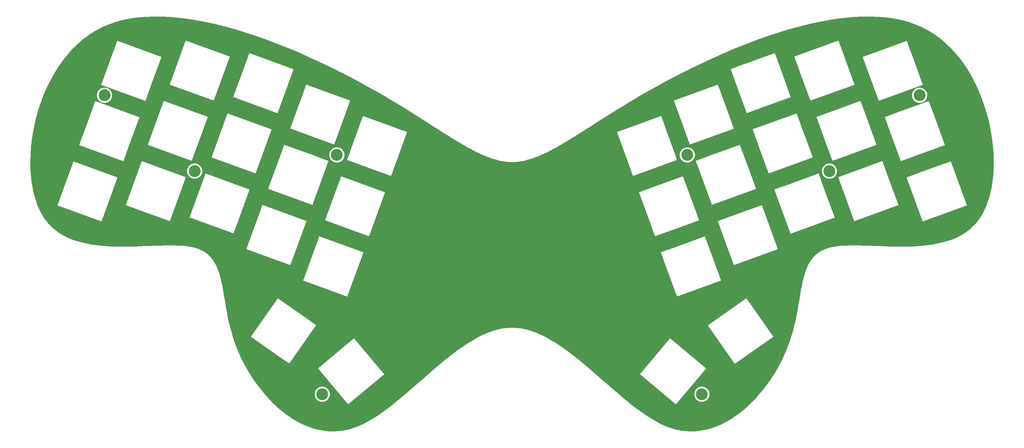
<source format=gbl>
%TF.GenerationSoftware,KiCad,Pcbnew,7.0.1-0*%
%TF.CreationDate,2023-05-23T19:45:03-04:00*%
%TF.ProjectId,plate,706c6174-652e-46b6-9963-61645f706362,rev?*%
%TF.SameCoordinates,Original*%
%TF.FileFunction,Copper,L2,Bot*%
%TF.FilePolarity,Positive*%
%FSLAX46Y46*%
G04 Gerber Fmt 4.6, Leading zero omitted, Abs format (unit mm)*
G04 Created by KiCad (PCBNEW 7.0.1-0) date 2023-05-23 19:45:03*
%MOMM*%
%LPD*%
G01*
G04 APERTURE LIST*
%TA.AperFunction,ComponentPad*%
%ADD10C,3.500000*%
%TD*%
G04 APERTURE END LIST*
D10*
X261890000Y-126300000D03*
X330710000Y-108620000D03*
X303990000Y-131090000D03*
X153780000Y-197210000D03*
X266220000Y-197210000D03*
X116010000Y-131090000D03*
X158110000Y-126300000D03*
X89290000Y-108620000D03*
%TA.AperFunction,NonConductor*%
G36*
X106077015Y-85284906D02*
G01*
X106082127Y-85285037D01*
X108527729Y-85399877D01*
X108532475Y-85400192D01*
X111019373Y-85613172D01*
X111023633Y-85613613D01*
X113399266Y-85902073D01*
X113546839Y-85919992D01*
X113550844Y-85920544D01*
X116105541Y-86315589D01*
X116109192Y-86316211D01*
X118283539Y-86719671D01*
X118690487Y-86795182D01*
X118693862Y-86795857D01*
X121296795Y-87353992D01*
X121299902Y-87354700D01*
X123919653Y-87987257D01*
X123922395Y-87987954D01*
X126554164Y-88690204D01*
X126556727Y-88690919D01*
X129195311Y-89458017D01*
X129197733Y-89458748D01*
X131838536Y-90286013D01*
X131840673Y-90286705D01*
X134478723Y-91169351D01*
X134480709Y-91170035D01*
X137111026Y-92103260D01*
X137112919Y-92103950D01*
X139730733Y-93083028D01*
X139732430Y-93083678D01*
X141895356Y-93932209D01*
X142332821Y-94103830D01*
X142334553Y-94104525D01*
X144912379Y-95160872D01*
X144914008Y-95161553D01*
X147463249Y-96248835D01*
X147464708Y-96249457D01*
X147466237Y-96250121D01*
X149984898Y-97364796D01*
X149986278Y-97365417D01*
X152468110Y-98502139D01*
X152469356Y-98502720D01*
X154909168Y-99656569D01*
X154910305Y-99657115D01*
X157303611Y-100823509D01*
X157304616Y-100824006D01*
X159031524Y-101689827D01*
X159646217Y-101998017D01*
X159647417Y-101998627D01*
X161145273Y-102770067D01*
X161931382Y-103174937D01*
X161932400Y-103175461D01*
X161933532Y-103176051D01*
X164157292Y-104351076D01*
X164158228Y-104351577D01*
X165736066Y-105206031D01*
X166315764Y-105519958D01*
X166316845Y-105520550D01*
X168404278Y-106677946D01*
X168405306Y-106678522D01*
X170424005Y-107823020D01*
X170424970Y-107823573D01*
X172377028Y-108953546D01*
X172377817Y-108954008D01*
X174265441Y-110067889D01*
X174266107Y-110068285D01*
X176090462Y-111163882D01*
X176091661Y-111164602D01*
X176092400Y-111165050D01*
X177857740Y-112242022D01*
X177858390Y-112242421D01*
X179565143Y-113298121D01*
X179566175Y-113298759D01*
X179566702Y-113299087D01*
X181218849Y-114333045D01*
X181218947Y-114333106D01*
X181219297Y-114333326D01*
X182818454Y-115343610D01*
X184366420Y-116328398D01*
X184366623Y-116328528D01*
X185864726Y-117285689D01*
X185864790Y-117285730D01*
X187316948Y-118214787D01*
X187318788Y-118215964D01*
X188725451Y-119114229D01*
X188741503Y-119124479D01*
X188741778Y-119124603D01*
X190092844Y-119982695D01*
X190092846Y-119982695D01*
X190107095Y-119991745D01*
X190107566Y-119991957D01*
X191396125Y-120802732D01*
X191396674Y-120803266D01*
X191418561Y-120816850D01*
X191418562Y-120816851D01*
X192694480Y-121608743D01*
X192695783Y-121609776D01*
X192705760Y-121615762D01*
X192707543Y-121616852D01*
X192720044Y-121624641D01*
X192721124Y-121625114D01*
X193255053Y-121950401D01*
X193935719Y-122365084D01*
X193936956Y-122366272D01*
X193958280Y-122378847D01*
X193960144Y-122379968D01*
X193971894Y-122387178D01*
X193973331Y-122387795D01*
X195164985Y-123096573D01*
X195166568Y-123097804D01*
X195176704Y-123103584D01*
X195180132Y-123105612D01*
X195189327Y-123111254D01*
X195191875Y-123112329D01*
X196344357Y-123777456D01*
X196345956Y-123778874D01*
X196365329Y-123789586D01*
X196367567Y-123790854D01*
X196377990Y-123796903D01*
X196379840Y-123797653D01*
X196962225Y-124121518D01*
X197367385Y-124346828D01*
X197504145Y-124422880D01*
X197505800Y-124424279D01*
X197524531Y-124434242D01*
X197526521Y-124435323D01*
X197536698Y-124440977D01*
X197538565Y-124441702D01*
X198635294Y-125024698D01*
X198637072Y-125026172D01*
X198657017Y-125036271D01*
X198658967Y-125037280D01*
X198668507Y-125042324D01*
X198670504Y-125043064D01*
X199742546Y-125582782D01*
X199748088Y-125585572D01*
X199750140Y-125587055D01*
X199764843Y-125594039D01*
X199767105Y-125595142D01*
X199775605Y-125599392D01*
X199777843Y-125600175D01*
X200832133Y-126097420D01*
X200834615Y-126099166D01*
X200850387Y-126106075D01*
X200853175Y-126107338D01*
X200872643Y-126116445D01*
X200875543Y-126117050D01*
X201401688Y-126346515D01*
X201895547Y-126561900D01*
X201895894Y-126562051D01*
X201899377Y-126564425D01*
X201914863Y-126570448D01*
X201920057Y-126572605D01*
X201935641Y-126579495D01*
X201939627Y-126580257D01*
X202946131Y-126979758D01*
X202949367Y-126981711D01*
X202963377Y-126986688D01*
X202967491Y-126988233D01*
X202974118Y-126990855D01*
X202977395Y-126991654D01*
X203978040Y-127345962D01*
X203982096Y-127348218D01*
X203994707Y-127352028D01*
X204000968Y-127354102D01*
X204004841Y-127355500D01*
X204008693Y-127356314D01*
X204998182Y-127660801D01*
X205002711Y-127663015D01*
X205013325Y-127665669D01*
X205020478Y-127667686D01*
X205023900Y-127668762D01*
X205028030Y-127669434D01*
X206001924Y-127920714D01*
X206007143Y-127923175D01*
X206020694Y-127925820D01*
X206028987Y-127927736D01*
X206041147Y-127930988D01*
X206046763Y-127931128D01*
X207000122Y-128126736D01*
X207005418Y-128128945D01*
X207020081Y-128131065D01*
X207027741Y-128132419D01*
X207041686Y-128135337D01*
X207047312Y-128135117D01*
X207114652Y-128145183D01*
X207993230Y-128276514D01*
X207998446Y-128278323D01*
X208012906Y-128279652D01*
X208019733Y-128280471D01*
X208035265Y-128282772D01*
X208040777Y-128282198D01*
X208982619Y-128368137D01*
X208988580Y-128369747D01*
X208999598Y-128370003D01*
X209008906Y-128370570D01*
X209021570Y-128371820D01*
X209027807Y-128370838D01*
X209968006Y-128399822D01*
X209974021Y-128401076D01*
X209985538Y-128400660D01*
X209994454Y-128400658D01*
X210007454Y-128401122D01*
X210013548Y-128399773D01*
X210953547Y-128370773D01*
X210959769Y-128371684D01*
X210970993Y-128370562D01*
X210980489Y-128369979D01*
X210993001Y-128369691D01*
X210999096Y-128367955D01*
X211940512Y-128282035D01*
X211946089Y-128282558D01*
X211960093Y-128280458D01*
X211967264Y-128279595D01*
X211970161Y-128279331D01*
X211974403Y-128278316D01*
X212934558Y-128134771D01*
X212939887Y-128134902D01*
X212952608Y-128132270D01*
X212959567Y-128131036D01*
X212973545Y-128128965D01*
X212978537Y-128126945D01*
X213933244Y-127931041D01*
X213939129Y-127930895D01*
X213950675Y-127927760D01*
X213959668Y-127925673D01*
X213961749Y-127925270D01*
X213966086Y-127923723D01*
X214952451Y-127669208D01*
X214956664Y-127668506D01*
X214959173Y-127667708D01*
X214967055Y-127665484D01*
X214980046Y-127662276D01*
X214984894Y-127659753D01*
X215958145Y-127360247D01*
X215963406Y-127359723D01*
X215978601Y-127354158D01*
X215985735Y-127351788D01*
X216000769Y-127347294D01*
X216005107Y-127344731D01*
X217002924Y-126991411D01*
X217006781Y-126990459D01*
X217011400Y-126988578D01*
X217017770Y-126986184D01*
X217021700Y-126984828D01*
X217025104Y-126983106D01*
X218040398Y-126580106D01*
X218044263Y-126579367D01*
X218060221Y-126572338D01*
X218064877Y-126570399D01*
X218080897Y-126564106D01*
X218084130Y-126561901D01*
X219037932Y-126145914D01*
X219104485Y-126116888D01*
X219108565Y-126116036D01*
X219125782Y-126107715D01*
X219130781Y-126105434D01*
X219136495Y-126102977D01*
X219139254Y-126101333D01*
X220202519Y-125599846D01*
X220205556Y-125598775D01*
X220211791Y-125595569D01*
X220216318Y-125593355D01*
X220234380Y-125584975D01*
X220237139Y-125582783D01*
X221309673Y-125042811D01*
X221312059Y-125041924D01*
X221320532Y-125037392D01*
X221323578Y-125035816D01*
X221334210Y-125030500D01*
X221336360Y-125028973D01*
X221344402Y-125024698D01*
X222441645Y-124441423D01*
X222444006Y-124440501D01*
X222452939Y-124435469D01*
X222456060Y-124433770D01*
X222466219Y-124428423D01*
X222468198Y-124426972D01*
X223600313Y-123797396D01*
X223602463Y-123796523D01*
X223611916Y-123790994D01*
X223615410Y-123789025D01*
X223630456Y-123780865D01*
X223632681Y-123778996D01*
X224788020Y-123112217D01*
X224790088Y-123111349D01*
X224800197Y-123105231D01*
X224803155Y-123103496D01*
X224811475Y-123098768D01*
X224813151Y-123097512D01*
X226006812Y-122387539D01*
X226008492Y-122386816D01*
X226018952Y-122380362D01*
X226022870Y-122378043D01*
X226045277Y-122365325D01*
X226047749Y-122362803D01*
X227259178Y-121624762D01*
X227260988Y-121623965D01*
X227272184Y-121616866D01*
X227274417Y-121615483D01*
X227290563Y-121605716D01*
X227291579Y-121604815D01*
X227781947Y-121300469D01*
X228561528Y-120816628D01*
X228561528Y-120816626D01*
X228579016Y-120805773D01*
X228579575Y-120805269D01*
X229872723Y-119991610D01*
X229873922Y-119991069D01*
X229886283Y-119983096D01*
X229888434Y-119981739D01*
X229912789Y-119966725D01*
X229913910Y-119965539D01*
X230652632Y-119496362D01*
X241061588Y-119496362D01*
X241069891Y-119519198D01*
X241070021Y-119519414D01*
X243750409Y-126883719D01*
X245803618Y-132524865D01*
X245807374Y-132535183D01*
X245807435Y-132535572D01*
X245815669Y-132558091D01*
X245815945Y-132558394D01*
X245815946Y-132558394D01*
X245815947Y-132558395D01*
X245816361Y-132558413D01*
X245816364Y-132558409D01*
X245833789Y-132552025D01*
X258854671Y-127812811D01*
X258854865Y-127812783D01*
X258854854Y-127812751D01*
X258878086Y-127804332D01*
X258878089Y-127804333D01*
X258878395Y-127804053D01*
X258878408Y-127803746D01*
X258878413Y-127803639D01*
X258878412Y-127803638D01*
X258878413Y-127803637D01*
X258870227Y-127780966D01*
X258869949Y-127780506D01*
X258866615Y-127771347D01*
X258331089Y-126300000D01*
X259634671Y-126300000D01*
X259653966Y-126594386D01*
X259711518Y-126883719D01*
X259806347Y-127163077D01*
X259936827Y-127427664D01*
X260100726Y-127672957D01*
X260186678Y-127770965D01*
X260295242Y-127894758D01*
X260413410Y-127998389D01*
X260517042Y-128089273D01*
X260762335Y-128253172D01*
X261026922Y-128383652D01*
X261120041Y-128415261D01*
X261306278Y-128478481D01*
X261451944Y-128507455D01*
X261595613Y-128536033D01*
X261595615Y-128536033D01*
X261595620Y-128536034D01*
X261890000Y-128555329D01*
X262184380Y-128536034D01*
X262184384Y-128536033D01*
X262184386Y-128536033D01*
X262255222Y-128521942D01*
X262473722Y-128478481D01*
X262753077Y-128383652D01*
X263017665Y-128253172D01*
X263262957Y-128089273D01*
X263334693Y-128026362D01*
X264401588Y-128026362D01*
X264409891Y-128049198D01*
X264410021Y-128049414D01*
X266613336Y-134102971D01*
X269140371Y-141045944D01*
X269147374Y-141065183D01*
X269147435Y-141065572D01*
X269155669Y-141088091D01*
X269155945Y-141088394D01*
X269155946Y-141088394D01*
X269155947Y-141088395D01*
X269156361Y-141088413D01*
X269156364Y-141088409D01*
X269173789Y-141082025D01*
X281580470Y-136566362D01*
X287721588Y-136566362D01*
X287729891Y-136589198D01*
X287730021Y-136589414D01*
X289434628Y-141272783D01*
X292459907Y-149584669D01*
X292467374Y-149605183D01*
X292467435Y-149605572D01*
X292475669Y-149628091D01*
X292475945Y-149628394D01*
X292475946Y-149628394D01*
X292475947Y-149628395D01*
X292476361Y-149628413D01*
X292476364Y-149628409D01*
X292493789Y-149622025D01*
X305514671Y-144882811D01*
X305514865Y-144882783D01*
X305514854Y-144882751D01*
X305538086Y-144874332D01*
X305538089Y-144874333D01*
X305538395Y-144874053D01*
X305538408Y-144873746D01*
X305538413Y-144873639D01*
X305538412Y-144873638D01*
X305538413Y-144873637D01*
X305530227Y-144850966D01*
X305529949Y-144850506D01*
X305211908Y-143976696D01*
X302795024Y-137336361D01*
X300792822Y-131835355D01*
X300792752Y-131835161D01*
X300784333Y-131811911D01*
X300784053Y-131811605D01*
X300784054Y-131811605D01*
X300783884Y-131811597D01*
X300783745Y-131811592D01*
X300783638Y-131811588D01*
X300783636Y-131811588D01*
X300761347Y-131819653D01*
X300760965Y-131819882D01*
X291832530Y-135069567D01*
X287742104Y-136558361D01*
X287721911Y-136565667D01*
X287721607Y-136565940D01*
X287721605Y-136565945D01*
X287721588Y-136566362D01*
X281580470Y-136566362D01*
X282194671Y-136342811D01*
X282194865Y-136342783D01*
X282194854Y-136342751D01*
X282218086Y-136334332D01*
X282218089Y-136334333D01*
X282218395Y-136334053D01*
X282218408Y-136333746D01*
X282218413Y-136333639D01*
X282218412Y-136333638D01*
X282218413Y-136333637D01*
X282210227Y-136310965D01*
X282209949Y-136310506D01*
X282082091Y-135959220D01*
X279380273Y-128536034D01*
X277472822Y-123295355D01*
X277472752Y-123295161D01*
X277464333Y-123271911D01*
X277464053Y-123271605D01*
X277464054Y-123271605D01*
X277463885Y-123271597D01*
X277463745Y-123271592D01*
X277463638Y-123271588D01*
X277463636Y-123271588D01*
X277441347Y-123279653D01*
X277440965Y-123279882D01*
X269559653Y-126148446D01*
X264422104Y-128018361D01*
X264401911Y-128025667D01*
X264401607Y-128025940D01*
X264401605Y-128025945D01*
X264401588Y-128026362D01*
X263334693Y-128026362D01*
X263484758Y-127894758D01*
X263679273Y-127672957D01*
X263843172Y-127427665D01*
X263973652Y-127163077D01*
X264068481Y-126883722D01*
X264126034Y-126594380D01*
X264145329Y-126300000D01*
X264126034Y-126005620D01*
X264068481Y-125716278D01*
X263973652Y-125436923D01*
X263843172Y-125172336D01*
X263679273Y-124927043D01*
X263484758Y-124705242D01*
X263381125Y-124614358D01*
X263262957Y-124510726D01*
X263017664Y-124346827D01*
X262753077Y-124216347D01*
X262473719Y-124121518D01*
X262184386Y-124063966D01*
X261890000Y-124044671D01*
X261595613Y-124063966D01*
X261306280Y-124121518D01*
X261026922Y-124216347D01*
X260762336Y-124346827D01*
X260517043Y-124510726D01*
X260295242Y-124705242D01*
X260100726Y-124927043D01*
X259936827Y-125172336D01*
X259806347Y-125436922D01*
X259711518Y-125716280D01*
X259653966Y-126005613D01*
X259634671Y-126300000D01*
X258331089Y-126300000D01*
X256031696Y-119982470D01*
X254132822Y-114765355D01*
X254132752Y-114765161D01*
X254124333Y-114741911D01*
X254124053Y-114741605D01*
X254124054Y-114741605D01*
X254123885Y-114741597D01*
X254123745Y-114741592D01*
X254123638Y-114741588D01*
X254123636Y-114741588D01*
X254101347Y-114749653D01*
X254100965Y-114749882D01*
X246011828Y-117694088D01*
X241082104Y-119488361D01*
X241061911Y-119495667D01*
X241061607Y-119495940D01*
X241061605Y-119495945D01*
X241061588Y-119496362D01*
X230652632Y-119496362D01*
X231238324Y-119124377D01*
X231238604Y-119124251D01*
X231253164Y-119114953D01*
X231253166Y-119114953D01*
X232646398Y-118225267D01*
X232646500Y-118225222D01*
X232662810Y-118214787D01*
X234114120Y-117286277D01*
X234115039Y-117285689D01*
X235613441Y-116328343D01*
X235613440Y-116328343D01*
X237161679Y-115343389D01*
X237161678Y-115343389D01*
X238761056Y-114332972D01*
X238761184Y-114332891D01*
X240413681Y-113298722D01*
X242121966Y-112242082D01*
X242122143Y-112241974D01*
X243887976Y-111164710D01*
X243888208Y-111164570D01*
X245533753Y-110176362D01*
X257901588Y-110176362D01*
X257909891Y-110199198D01*
X257910021Y-110199414D01*
X260489121Y-117285433D01*
X262643618Y-123204865D01*
X262647374Y-123215183D01*
X262647435Y-123215572D01*
X262655669Y-123238091D01*
X262655945Y-123238394D01*
X262655946Y-123238394D01*
X262655947Y-123238395D01*
X262656361Y-123238413D01*
X262656364Y-123238409D01*
X262673789Y-123232025D01*
X275107945Y-118706362D01*
X281231588Y-118706362D01*
X281239891Y-118729198D01*
X281240021Y-118729414D01*
X283738343Y-125593497D01*
X285846054Y-131384386D01*
X285977374Y-131745183D01*
X285977435Y-131745572D01*
X285985669Y-131768091D01*
X285985945Y-131768394D01*
X285985946Y-131768394D01*
X285985947Y-131768395D01*
X285986361Y-131768413D01*
X285986364Y-131768409D01*
X286003789Y-131762025D01*
X287850165Y-131089999D01*
X301734671Y-131089999D01*
X301753966Y-131384386D01*
X301811518Y-131673719D01*
X301906347Y-131953077D01*
X302036827Y-132217664D01*
X302200726Y-132462957D01*
X302284224Y-132558167D01*
X302395242Y-132684758D01*
X302513410Y-132788389D01*
X302617042Y-132879273D01*
X302862335Y-133043172D01*
X303126922Y-133173652D01*
X303220041Y-133205261D01*
X303406278Y-133268481D01*
X303551944Y-133297455D01*
X303695613Y-133326033D01*
X303695615Y-133326033D01*
X303695620Y-133326034D01*
X303990000Y-133345329D01*
X304284380Y-133326034D01*
X304284384Y-133326033D01*
X304284386Y-133326033D01*
X304355222Y-133311942D01*
X304573722Y-133268481D01*
X304853077Y-133173652D01*
X305117665Y-133043172D01*
X305352348Y-132886362D01*
X306601588Y-132886362D01*
X306609891Y-132909198D01*
X306610021Y-132909414D01*
X308366027Y-137734000D01*
X311343618Y-145914865D01*
X311347374Y-145925183D01*
X311347435Y-145925572D01*
X311355669Y-145948091D01*
X311355945Y-145948394D01*
X311355946Y-145948394D01*
X311355947Y-145948395D01*
X311356361Y-145948413D01*
X311356364Y-145948409D01*
X311373789Y-145942025D01*
X324394671Y-141202811D01*
X324394865Y-141202783D01*
X324394854Y-141202751D01*
X324418086Y-141194332D01*
X324418089Y-141194333D01*
X324418395Y-141194053D01*
X324418408Y-141193746D01*
X324418413Y-141193639D01*
X324418412Y-141193638D01*
X324418413Y-141193637D01*
X324410227Y-141170966D01*
X324409949Y-141170506D01*
X324406615Y-141161347D01*
X321838232Y-134104770D01*
X321420246Y-132956362D01*
X326851588Y-132956362D01*
X326859891Y-132979198D01*
X326860021Y-132979414D01*
X329207797Y-139429875D01*
X331580344Y-145948395D01*
X331597374Y-145995183D01*
X331597435Y-145995572D01*
X331605669Y-146018091D01*
X331605945Y-146018394D01*
X331605946Y-146018394D01*
X331605947Y-146018395D01*
X331606361Y-146018413D01*
X331606364Y-146018409D01*
X331623789Y-146012025D01*
X344644671Y-141272811D01*
X344644865Y-141272783D01*
X344644854Y-141272751D01*
X344668086Y-141264332D01*
X344668089Y-141264333D01*
X344668395Y-141264053D01*
X344668408Y-141263746D01*
X344668413Y-141263639D01*
X344668412Y-141263638D01*
X344668413Y-141263637D01*
X344660227Y-141240965D01*
X344659949Y-141240506D01*
X344646207Y-141202751D01*
X341786340Y-133345329D01*
X339922822Y-128225355D01*
X339922752Y-128225161D01*
X339914333Y-128201911D01*
X339914053Y-128201605D01*
X339914054Y-128201605D01*
X339913884Y-128201597D01*
X339913745Y-128201592D01*
X339913638Y-128201588D01*
X339913636Y-128201588D01*
X339891347Y-128209653D01*
X339890965Y-128209882D01*
X331169106Y-131384380D01*
X326872104Y-132948361D01*
X326851911Y-132955667D01*
X326851607Y-132955940D01*
X326851605Y-132955945D01*
X326851588Y-132956362D01*
X321420246Y-132956362D01*
X319672822Y-128155355D01*
X319672752Y-128155161D01*
X319664333Y-128131911D01*
X319664053Y-128131605D01*
X319664054Y-128131605D01*
X319663885Y-128131597D01*
X319663745Y-128131592D01*
X319663638Y-128131588D01*
X319663636Y-128131588D01*
X319641347Y-128139653D01*
X319640965Y-128139882D01*
X311535588Y-131089999D01*
X306622104Y-132878361D01*
X306601911Y-132885667D01*
X306601607Y-132885940D01*
X306601605Y-132885945D01*
X306601588Y-132886362D01*
X305352348Y-132886362D01*
X305362957Y-132879273D01*
X305584758Y-132684758D01*
X305779273Y-132462957D01*
X305943172Y-132217665D01*
X306073652Y-131953077D01*
X306168481Y-131673722D01*
X306226034Y-131384380D01*
X306245329Y-131090000D01*
X306226034Y-130795620D01*
X306168481Y-130506278D01*
X306073652Y-130226923D01*
X306071320Y-130222195D01*
X305943172Y-129962336D01*
X305779273Y-129717043D01*
X305779272Y-129717042D01*
X305584758Y-129495242D01*
X305481125Y-129404358D01*
X305362957Y-129300726D01*
X305117664Y-129136827D01*
X304853077Y-129006347D01*
X304573719Y-128911518D01*
X304284386Y-128853966D01*
X304032054Y-128837427D01*
X303990000Y-128834671D01*
X303989999Y-128834671D01*
X303695613Y-128853966D01*
X303406280Y-128911518D01*
X303126922Y-129006347D01*
X302862336Y-129136827D01*
X302617043Y-129300726D01*
X302395242Y-129495242D01*
X302200726Y-129717043D01*
X302036827Y-129962336D01*
X301906347Y-130226922D01*
X301811518Y-130506280D01*
X301753966Y-130795613D01*
X301734671Y-131089999D01*
X287850165Y-131089999D01*
X299024671Y-127022811D01*
X299024865Y-127022783D01*
X299024854Y-127022751D01*
X299048086Y-127014332D01*
X299048089Y-127014333D01*
X299048395Y-127014053D01*
X299048408Y-127013746D01*
X299048413Y-127013639D01*
X299048412Y-127013638D01*
X299048413Y-127013637D01*
X299040227Y-126990966D01*
X299039949Y-126990506D01*
X299039247Y-126988578D01*
X296028154Y-118715667D01*
X294685357Y-115026362D01*
X300111588Y-115026362D01*
X300119891Y-115049198D01*
X300120021Y-115049414D01*
X302510090Y-121616074D01*
X304851634Y-128049414D01*
X304857374Y-128065183D01*
X304857435Y-128065572D01*
X304865669Y-128088091D01*
X304865945Y-128088394D01*
X304865946Y-128088394D01*
X304865947Y-128088395D01*
X304866361Y-128088413D01*
X304866364Y-128088409D01*
X304883789Y-128082025D01*
X317904671Y-123342811D01*
X317904865Y-123342783D01*
X317904854Y-123342751D01*
X317928086Y-123334332D01*
X317928089Y-123334333D01*
X317928395Y-123334053D01*
X317928408Y-123333746D01*
X317928413Y-123333639D01*
X317928412Y-123333638D01*
X317928413Y-123333637D01*
X317920227Y-123310965D01*
X317919949Y-123310506D01*
X317914434Y-123295355D01*
X314933926Y-115106475D01*
X314933885Y-115106362D01*
X320351588Y-115106362D01*
X320359891Y-115129198D01*
X320360021Y-115129414D01*
X322721090Y-121616397D01*
X325097095Y-128144418D01*
X325097374Y-128145183D01*
X325097435Y-128145572D01*
X325105669Y-128168091D01*
X325105945Y-128168394D01*
X325105946Y-128168394D01*
X325105947Y-128168395D01*
X325106361Y-128168413D01*
X325106364Y-128168409D01*
X325123789Y-128162025D01*
X338144671Y-123422811D01*
X338144865Y-123422783D01*
X338144854Y-123422751D01*
X338168086Y-123414332D01*
X338168089Y-123414333D01*
X338168395Y-123414053D01*
X338168408Y-123413746D01*
X338168413Y-123413639D01*
X338168412Y-123413638D01*
X338168413Y-123413637D01*
X338160227Y-123390965D01*
X338159949Y-123390506D01*
X338142579Y-123342783D01*
X335589613Y-116328566D01*
X333422822Y-110375355D01*
X333422752Y-110375161D01*
X333414333Y-110351911D01*
X333414053Y-110351605D01*
X333414054Y-110351605D01*
X333413884Y-110351597D01*
X333413745Y-110351592D01*
X333413638Y-110351588D01*
X333413636Y-110351588D01*
X333391347Y-110359653D01*
X333390965Y-110359882D01*
X324904958Y-113448537D01*
X320372104Y-115098361D01*
X320351911Y-115105667D01*
X320351607Y-115105940D01*
X320351605Y-115105945D01*
X320351588Y-115106362D01*
X314933885Y-115106362D01*
X313182822Y-110295355D01*
X313182752Y-110295161D01*
X313174333Y-110271911D01*
X313174053Y-110271605D01*
X313174054Y-110271605D01*
X313173885Y-110271597D01*
X313173745Y-110271592D01*
X313173638Y-110271588D01*
X313173636Y-110271588D01*
X313151347Y-110279653D01*
X313150965Y-110279882D01*
X304438582Y-113450931D01*
X300132104Y-115018361D01*
X300111911Y-115025667D01*
X300111607Y-115025940D01*
X300111605Y-115025945D01*
X300111588Y-115026362D01*
X294685357Y-115026362D01*
X294302822Y-113975355D01*
X294302752Y-113975161D01*
X294294333Y-113951911D01*
X294294053Y-113951605D01*
X294294054Y-113951605D01*
X294293884Y-113951597D01*
X294293745Y-113951592D01*
X294293638Y-113951588D01*
X294293636Y-113951588D01*
X294271347Y-113959653D01*
X294270965Y-113959882D01*
X285342530Y-117209567D01*
X281252104Y-118698361D01*
X281231911Y-118705667D01*
X281231607Y-118705940D01*
X281231605Y-118705945D01*
X281231588Y-118706362D01*
X275107945Y-118706362D01*
X275694671Y-118492811D01*
X275694865Y-118492783D01*
X275694854Y-118492751D01*
X275718086Y-118484332D01*
X275718089Y-118484333D01*
X275718395Y-118484053D01*
X275718408Y-118483746D01*
X275718413Y-118483639D01*
X275718412Y-118483638D01*
X275718413Y-118483637D01*
X275710227Y-118460966D01*
X275709949Y-118460506D01*
X275706615Y-118451347D01*
X273054523Y-111164781D01*
X270972822Y-105445355D01*
X270972752Y-105445161D01*
X270964333Y-105421911D01*
X270964053Y-105421605D01*
X270964054Y-105421605D01*
X270963884Y-105421597D01*
X270963745Y-105421592D01*
X270963638Y-105421588D01*
X270963636Y-105421588D01*
X270941347Y-105429653D01*
X270940965Y-105429882D01*
X263779948Y-108036280D01*
X257922104Y-110168361D01*
X257901911Y-110175667D01*
X257901607Y-110175940D01*
X257901605Y-110175945D01*
X257901588Y-110176362D01*
X245533753Y-110176362D01*
X245714167Y-110068017D01*
X245714516Y-110067810D01*
X247602465Y-108953745D01*
X247603082Y-108953384D01*
X249555376Y-107823284D01*
X249555969Y-107822944D01*
X251574930Y-106678306D01*
X251575692Y-106677879D01*
X253663532Y-105520270D01*
X253664252Y-105519875D01*
X255821938Y-104351422D01*
X255822711Y-104351008D01*
X258046695Y-103175874D01*
X258047643Y-103175380D01*
X260332725Y-101998503D01*
X260333896Y-101997908D01*
X260334746Y-101997482D01*
X262630706Y-100846362D01*
X274731588Y-100846362D01*
X274739891Y-100869198D01*
X274740021Y-100869414D01*
X276854264Y-106678249D01*
X279318726Y-113449303D01*
X279477374Y-113885183D01*
X279477435Y-113885572D01*
X279485669Y-113908091D01*
X279485945Y-113908394D01*
X279485946Y-113908394D01*
X279485947Y-113908395D01*
X279486361Y-113908413D01*
X279486364Y-113908409D01*
X279503789Y-113902025D01*
X292524671Y-109162811D01*
X292524865Y-109162783D01*
X292524854Y-109162751D01*
X292548086Y-109154332D01*
X292548089Y-109154333D01*
X292548395Y-109154053D01*
X292548408Y-109153746D01*
X292548413Y-109153639D01*
X292548412Y-109153638D01*
X292548413Y-109153637D01*
X292540227Y-109130965D01*
X292539949Y-109130506D01*
X292475530Y-108953517D01*
X289731880Y-101415399D01*
X288188997Y-97176362D01*
X293601588Y-97176362D01*
X293609891Y-97199198D01*
X293610021Y-97199414D01*
X295785191Y-103175643D01*
X298343618Y-110204865D01*
X298347374Y-110215183D01*
X298347435Y-110215572D01*
X298355669Y-110238091D01*
X298355945Y-110238394D01*
X298355946Y-110238394D01*
X298355947Y-110238395D01*
X298356361Y-110238413D01*
X298356364Y-110238409D01*
X298373789Y-110232025D01*
X311394671Y-105492811D01*
X311394865Y-105492783D01*
X311394854Y-105492751D01*
X311418086Y-105484332D01*
X311418089Y-105484333D01*
X311418395Y-105484053D01*
X311418408Y-105483746D01*
X311418413Y-105483639D01*
X311418412Y-105483638D01*
X311418413Y-105483637D01*
X311410227Y-105460966D01*
X311409949Y-105460506D01*
X311406615Y-105451347D01*
X308642219Y-97856230D01*
X308423885Y-97256362D01*
X313851588Y-97256362D01*
X313859891Y-97279198D01*
X313860021Y-97279414D01*
X315577258Y-101997484D01*
X318597095Y-110294418D01*
X318597374Y-110295183D01*
X318597435Y-110295572D01*
X318605669Y-110318091D01*
X318605945Y-110318394D01*
X318605946Y-110318394D01*
X318605947Y-110318395D01*
X318606361Y-110318413D01*
X318606364Y-110318409D01*
X318623789Y-110312025D01*
X323272589Y-108620000D01*
X328454671Y-108620000D01*
X328473966Y-108914386D01*
X328531518Y-109203719D01*
X328626347Y-109483077D01*
X328756827Y-109747664D01*
X328920726Y-109992957D01*
X329024358Y-110111125D01*
X329115242Y-110214758D01*
X329223801Y-110309962D01*
X329337042Y-110409273D01*
X329582335Y-110573172D01*
X329846922Y-110703652D01*
X329940041Y-110735261D01*
X330126278Y-110798481D01*
X330271944Y-110827455D01*
X330415613Y-110856033D01*
X330415615Y-110856033D01*
X330415620Y-110856034D01*
X330710000Y-110875329D01*
X331004380Y-110856034D01*
X331004384Y-110856033D01*
X331004386Y-110856033D01*
X331075222Y-110841942D01*
X331293722Y-110798481D01*
X331573077Y-110703652D01*
X331837665Y-110573172D01*
X332082957Y-110409273D01*
X332304758Y-110214758D01*
X332499273Y-109992957D01*
X332663172Y-109747665D01*
X332793652Y-109483077D01*
X332888481Y-109203722D01*
X332946034Y-108914380D01*
X332965329Y-108620000D01*
X332946034Y-108325620D01*
X332888481Y-108036278D01*
X332793652Y-107756923D01*
X332663172Y-107492336D01*
X332499273Y-107247043D01*
X332304758Y-107025242D01*
X332201125Y-106934358D01*
X332082957Y-106830726D01*
X331837664Y-106666827D01*
X331573077Y-106536347D01*
X331293719Y-106441518D01*
X331004386Y-106383966D01*
X330710000Y-106364671D01*
X330415613Y-106383966D01*
X330126280Y-106441518D01*
X329846922Y-106536347D01*
X329582336Y-106666827D01*
X329337043Y-106830726D01*
X329115242Y-107025242D01*
X328920726Y-107247043D01*
X328756827Y-107492336D01*
X328626347Y-107756922D01*
X328531518Y-108036280D01*
X328473966Y-108325613D01*
X328454671Y-108620000D01*
X323272589Y-108620000D01*
X331644671Y-105572811D01*
X331644865Y-105572783D01*
X331644854Y-105572751D01*
X331668086Y-105564332D01*
X331668089Y-105564333D01*
X331668395Y-105564053D01*
X331668408Y-105563746D01*
X331668413Y-105563639D01*
X331668412Y-105563638D01*
X331668413Y-105563637D01*
X331660227Y-105540965D01*
X331659949Y-105540506D01*
X331652509Y-105520066D01*
X328863052Y-97856095D01*
X326922822Y-92525355D01*
X326922752Y-92525161D01*
X326914333Y-92501911D01*
X326914053Y-92501605D01*
X326914054Y-92501605D01*
X326913884Y-92501597D01*
X326913745Y-92501592D01*
X326913638Y-92501588D01*
X326913636Y-92501588D01*
X326891347Y-92509653D01*
X326890965Y-92509882D01*
X317962530Y-95759567D01*
X313872104Y-97248361D01*
X313851911Y-97255667D01*
X313851607Y-97255940D01*
X313851605Y-97255945D01*
X313851588Y-97256362D01*
X308423885Y-97256362D01*
X306672822Y-92445355D01*
X306672752Y-92445161D01*
X306664333Y-92421911D01*
X306664053Y-92421605D01*
X306664054Y-92421605D01*
X306663884Y-92421597D01*
X306663745Y-92421592D01*
X306663638Y-92421588D01*
X306663636Y-92421588D01*
X306641347Y-92429653D01*
X306640965Y-92429882D01*
X299135936Y-95161490D01*
X293622104Y-97168361D01*
X293601911Y-97175667D01*
X293601607Y-97175940D01*
X293601605Y-97175945D01*
X293601588Y-97176362D01*
X288188997Y-97176362D01*
X287802822Y-96115355D01*
X287802752Y-96115161D01*
X287794333Y-96091911D01*
X287794053Y-96091605D01*
X287794054Y-96091605D01*
X287793885Y-96091597D01*
X287793745Y-96091592D01*
X287793638Y-96091588D01*
X287793636Y-96091588D01*
X287771347Y-96099653D01*
X287770965Y-96099882D01*
X278842530Y-99349567D01*
X274752104Y-100838361D01*
X274731911Y-100845667D01*
X274731607Y-100845940D01*
X274731605Y-100845945D01*
X274731588Y-100846362D01*
X262630706Y-100846362D01*
X262675422Y-100823943D01*
X262676571Y-100823374D01*
X265069791Y-99657031D01*
X265070897Y-99656499D01*
X267510969Y-98502534D01*
X267512060Y-98502027D01*
X269993944Y-97365288D01*
X269995134Y-97364752D01*
X272513982Y-96250000D01*
X272515285Y-96249434D01*
X275066185Y-95161452D01*
X275067633Y-95160846D01*
X277645594Y-94104449D01*
X277647260Y-94103780D01*
X280247678Y-93083623D01*
X280249241Y-93083024D01*
X282867183Y-92103902D01*
X282869001Y-92103240D01*
X285499330Y-91170017D01*
X285501247Y-91169356D01*
X288139391Y-90286683D01*
X288141467Y-90286011D01*
X290782259Y-89458753D01*
X290784622Y-89458039D01*
X293423328Y-88690911D01*
X293425843Y-88690210D01*
X296057607Y-87987965D01*
X296060309Y-87987278D01*
X298680080Y-87354722D01*
X298683154Y-87354021D01*
X301286136Y-86795880D01*
X301289392Y-86795229D01*
X303870739Y-86316254D01*
X303874368Y-86315636D01*
X306429102Y-85920591D01*
X306433018Y-85920050D01*
X308956246Y-85613675D01*
X308960523Y-85613232D01*
X311447399Y-85400261D01*
X311452121Y-85399948D01*
X313897717Y-85285115D01*
X313902824Y-85284984D01*
X316302112Y-85273012D01*
X316307763Y-85273112D01*
X318656015Y-85368707D01*
X318662131Y-85369108D01*
X320954342Y-85576963D01*
X320960997Y-85577748D01*
X323192370Y-85902552D01*
X323199518Y-85903808D01*
X325365145Y-86350232D01*
X325372805Y-86352066D01*
X327467847Y-86924771D01*
X327475918Y-86927276D01*
X329495653Y-87630953D01*
X329504059Y-87634231D01*
X331303917Y-88413069D01*
X331443689Y-88473551D01*
X331452238Y-88477645D01*
X331855711Y-88690192D01*
X333307887Y-89455189D01*
X333308142Y-89455323D01*
X333316194Y-89459958D01*
X335087838Y-90570197D01*
X335095220Y-90575201D01*
X336782602Y-91809985D01*
X336789278Y-91815233D01*
X338293241Y-93083005D01*
X338392225Y-93166444D01*
X338398237Y-93171857D01*
X339367131Y-94103215D01*
X339916627Y-94631422D01*
X339921986Y-94636902D01*
X340404153Y-95161490D01*
X341355654Y-96196705D01*
X341360409Y-96202193D01*
X342709193Y-97854121D01*
X342713392Y-97859565D01*
X343977071Y-99595416D01*
X343980767Y-99600783D01*
X345159215Y-101412467D01*
X345162459Y-101417738D01*
X345499590Y-101997395D01*
X346184453Y-103174937D01*
X346255468Y-103297038D01*
X346258311Y-103302205D01*
X347265716Y-105240952D01*
X347268203Y-105246016D01*
X348189830Y-107236010D01*
X348192000Y-107240978D01*
X349027690Y-109274033D01*
X349029578Y-109278918D01*
X349439318Y-110409273D01*
X349712892Y-111163985D01*
X349779155Y-111346784D01*
X349780791Y-111351604D01*
X350444132Y-113446155D01*
X350445540Y-113450931D01*
X351022474Y-115563900D01*
X351023672Y-115568656D01*
X351514059Y-117691826D01*
X351515061Y-117696590D01*
X351918771Y-119821771D01*
X351919586Y-119826573D01*
X352236480Y-121945530D01*
X352237110Y-121950401D01*
X352467063Y-124054892D01*
X352467506Y-124059870D01*
X352610401Y-126141742D01*
X352610646Y-126146865D01*
X352666368Y-128197820D01*
X352666399Y-128203133D01*
X352634842Y-130214969D01*
X352634630Y-130220517D01*
X352515703Y-132184947D01*
X352515212Y-132190783D01*
X352308826Y-134099669D01*
X352308000Y-134105847D01*
X352014105Y-135950815D01*
X352012875Y-135957391D01*
X351631407Y-137730323D01*
X351629677Y-137737355D01*
X351160646Y-139429875D01*
X351158297Y-139437412D01*
X350601679Y-141041416D01*
X350598556Y-141049492D01*
X350503143Y-141272751D01*
X349954424Y-142556692D01*
X349950337Y-142565319D01*
X349218756Y-143967565D01*
X349213487Y-143976696D01*
X348394520Y-145265956D01*
X348387937Y-145275333D01*
X347813195Y-146018412D01*
X347482291Y-146446234D01*
X347474759Y-146455081D01*
X346486449Y-147511546D01*
X346478295Y-147519497D01*
X345412370Y-148467349D01*
X345403870Y-148474259D01*
X344265356Y-149319219D01*
X344256794Y-149325036D01*
X343050719Y-150072744D01*
X343042341Y-150077498D01*
X341773812Y-150733493D01*
X341765813Y-150737274D01*
X340440016Y-151307047D01*
X340432532Y-151309980D01*
X339054634Y-151799030D01*
X339047744Y-151801251D01*
X337622990Y-152215059D01*
X337616730Y-152216701D01*
X336150549Y-152560719D01*
X336144923Y-152561903D01*
X334642448Y-152841680D01*
X334637440Y-152842506D01*
X333104186Y-153063526D01*
X333099767Y-153064083D01*
X331540910Y-153231905D01*
X331537046Y-153232259D01*
X329958193Y-153352410D01*
X329954851Y-153352620D01*
X328361024Y-153430689D01*
X328358169Y-153430795D01*
X326755120Y-153472337D01*
X326752727Y-153472376D01*
X325145481Y-153482987D01*
X325143524Y-153482985D01*
X323537440Y-153468249D01*
X323535905Y-153468225D01*
X321936559Y-153433743D01*
X321935435Y-153433714D01*
X320347789Y-153385078D01*
X320347074Y-153385054D01*
X318777035Y-153327888D01*
X318776735Y-153327877D01*
X317450563Y-153276371D01*
X317228906Y-153267763D01*
X317228905Y-153267763D01*
X317228821Y-153267759D01*
X317228774Y-153267758D01*
X317228680Y-153267729D01*
X317228680Y-153267754D01*
X317228401Y-153267742D01*
X317226698Y-153267677D01*
X317226576Y-153267675D01*
X316417626Y-153237106D01*
X315709316Y-153210340D01*
X315709316Y-153210338D01*
X315707219Y-153210267D01*
X315707062Y-153210265D01*
X314224090Y-153161248D01*
X314223653Y-153161231D01*
X314206647Y-153160774D01*
X314206331Y-153160809D01*
X312789977Y-153126359D01*
X312788995Y-153126226D01*
X312776117Y-153126022D01*
X312776048Y-153126021D01*
X312775987Y-153126020D01*
X312776014Y-153126020D01*
X312775946Y-153126019D01*
X312775597Y-153126014D01*
X312775328Y-153126013D01*
X311396557Y-153110620D01*
X311395245Y-153110360D01*
X311373390Y-153110360D01*
X311373274Y-153110360D01*
X311373202Y-153110360D01*
X311359202Y-153110360D01*
X311358374Y-153110464D01*
X310037910Y-153119720D01*
X310035760Y-153119426D01*
X310020835Y-153119823D01*
X310019228Y-153119856D01*
X310011356Y-153119962D01*
X310009564Y-153120168D01*
X308743763Y-153159404D01*
X308741417Y-153159060D01*
X308722432Y-153160046D01*
X308720732Y-153160123D01*
X308707781Y-153160617D01*
X308705298Y-153161099D01*
X307502576Y-153235522D01*
X307499520Y-153235242D01*
X307484657Y-153236593D01*
X307482005Y-153236805D01*
X307466206Y-153237899D01*
X307462965Y-153238775D01*
X306331112Y-153353252D01*
X306326957Y-153352990D01*
X306312614Y-153355039D01*
X306308615Y-153355544D01*
X306297222Y-153356794D01*
X306293441Y-153357916D01*
X305226247Y-153518897D01*
X305221586Y-153518937D01*
X305211081Y-153521063D01*
X305206378Y-153521921D01*
X305197460Y-153523370D01*
X305193216Y-153524858D01*
X304202060Y-153736894D01*
X304196106Y-153737225D01*
X304186536Y-153739960D01*
X304179366Y-153741780D01*
X304172645Y-153743273D01*
X304167611Y-153745477D01*
X303254305Y-154013010D01*
X303248392Y-154013858D01*
X303240670Y-154016726D01*
X303233547Y-154019129D01*
X303225282Y-154021640D01*
X303219935Y-154024660D01*
X302385290Y-154345917D01*
X302379269Y-154347297D01*
X302371919Y-154350774D01*
X302365248Y-154353693D01*
X302358740Y-154356315D01*
X302353819Y-154359591D01*
X301589312Y-154734399D01*
X301582938Y-154736469D01*
X301577409Y-154739787D01*
X301569068Y-154744366D01*
X301562734Y-154747532D01*
X301557495Y-154751914D01*
X300860615Y-155177876D01*
X300854472Y-155180634D01*
X300851496Y-155182854D01*
X300842361Y-155189053D01*
X300837829Y-155191841D01*
X300832833Y-155196840D01*
X300198919Y-155672573D01*
X300193036Y-155675880D01*
X300189584Y-155678993D01*
X300181544Y-155685650D01*
X300177606Y-155688639D01*
X300173251Y-155693835D01*
X299596998Y-156218785D01*
X299591767Y-156222446D01*
X299588268Y-156226215D01*
X299581722Y-156232757D01*
X299577916Y-156236285D01*
X299574248Y-156241523D01*
X299053094Y-156812816D01*
X299048123Y-156816918D01*
X299043904Y-156822356D01*
X299038106Y-156829291D01*
X299034243Y-156833582D01*
X299031097Y-156839076D01*
X298559246Y-157457217D01*
X298555172Y-157461348D01*
X298551877Y-157466383D01*
X298547170Y-157473081D01*
X298542849Y-157478816D01*
X298540279Y-157484372D01*
X298116135Y-158144602D01*
X298112667Y-158148604D01*
X298107783Y-158157301D01*
X298105005Y-158162002D01*
X298100273Y-158169620D01*
X298098453Y-158174390D01*
X297714624Y-158880692D01*
X297711752Y-158884734D01*
X297708849Y-158890916D01*
X297705878Y-158896827D01*
X297700428Y-158906983D01*
X297698947Y-158912299D01*
X297356610Y-159653276D01*
X297353869Y-159657393D01*
X297349522Y-159668262D01*
X297347277Y-159673520D01*
X297342788Y-159683394D01*
X297341709Y-159688013D01*
X297031538Y-160473441D01*
X297029679Y-160476765D01*
X297025879Y-160487608D01*
X297024822Y-160490508D01*
X297019346Y-160504964D01*
X297018757Y-160508533D01*
X296739746Y-161329892D01*
X296738074Y-161333189D01*
X296734578Y-161344883D01*
X296733415Y-161348560D01*
X296729459Y-161360429D01*
X296728949Y-161363970D01*
X296475621Y-162224172D01*
X296474003Y-162227634D01*
X296470883Y-162239932D01*
X296469584Y-162244659D01*
X296465025Y-162260044D01*
X296464738Y-162263795D01*
X296234474Y-163156775D01*
X296233489Y-163159129D01*
X296230248Y-163173048D01*
X296229643Y-163175529D01*
X296225201Y-163192967D01*
X296225063Y-163195702D01*
X296013068Y-164122931D01*
X296012327Y-164124832D01*
X296009060Y-164140413D01*
X296008796Y-164141643D01*
X296006534Y-164151908D01*
X296006380Y-164153423D01*
X295804595Y-165133419D01*
X295804360Y-165134293D01*
X295803156Y-165140400D01*
X295803093Y-165140718D01*
X295801026Y-165151048D01*
X295800915Y-165152243D01*
X295606432Y-166181584D01*
X295606321Y-166182855D01*
X295418545Y-167242843D01*
X295418479Y-167243637D01*
X295233289Y-168332633D01*
X295233261Y-168332961D01*
X295048298Y-169438739D01*
X295048290Y-169438785D01*
X294856045Y-170579832D01*
X294855944Y-170580420D01*
X294654084Y-171744332D01*
X294653906Y-171745337D01*
X294438240Y-172930815D01*
X294437977Y-172932213D01*
X294204400Y-174137481D01*
X294204044Y-174139249D01*
X293948418Y-175362761D01*
X293947957Y-175364877D01*
X293666110Y-176605225D01*
X293665528Y-176607670D01*
X293353380Y-177863042D01*
X293352662Y-177865794D01*
X293006059Y-179134716D01*
X293005188Y-179137752D01*
X292620009Y-180418613D01*
X292618968Y-180421909D01*
X292191051Y-181713235D01*
X292189822Y-181716763D01*
X291715084Y-183016824D01*
X291713677Y-183020497D01*
X291188798Y-184327632D01*
X291187296Y-184331208D01*
X290612764Y-185641890D01*
X290611190Y-185645337D01*
X289988382Y-186955735D01*
X289986731Y-186959078D01*
X289317069Y-188265257D01*
X289315335Y-188268519D01*
X288600231Y-189566566D01*
X288598405Y-189569766D01*
X287839332Y-190855672D01*
X287837404Y-190858830D01*
X287035755Y-192128730D01*
X287033713Y-192131860D01*
X286190922Y-193381823D01*
X286188751Y-193384939D01*
X285306205Y-194611101D01*
X285303888Y-194614215D01*
X284383132Y-195812507D01*
X284380652Y-195815629D01*
X283423045Y-196982237D01*
X283420381Y-196985375D01*
X282427332Y-198116418D01*
X282424460Y-198119578D01*
X281397469Y-199211066D01*
X281394363Y-199214251D01*
X280334858Y-200262295D01*
X280331491Y-200265503D01*
X279240944Y-201266177D01*
X279237283Y-201269406D01*
X278117058Y-202218878D01*
X278113071Y-202222117D01*
X276964726Y-203116397D01*
X276960379Y-203119633D01*
X275785277Y-203954905D01*
X275780532Y-203958115D01*
X274580189Y-204730446D01*
X274575012Y-204733601D01*
X273350826Y-205439153D01*
X273345183Y-205442213D01*
X272098660Y-206077083D01*
X272092524Y-206080000D01*
X270825051Y-206640367D01*
X270818402Y-206643079D01*
X269531435Y-207125083D01*
X269524266Y-207127521D01*
X268219229Y-207527329D01*
X268211549Y-207529415D01*
X266889804Y-207843205D01*
X266881645Y-207844854D01*
X265544620Y-208068793D01*
X265536038Y-208069925D01*
X264185009Y-208200194D01*
X264176085Y-208200730D01*
X262812446Y-208233482D01*
X262803288Y-208233364D01*
X261428281Y-208164742D01*
X261419016Y-208163930D01*
X260033951Y-207990051D01*
X260024720Y-207988537D01*
X258630836Y-207705480D01*
X258621780Y-207703283D01*
X257220341Y-207307092D01*
X257211747Y-207304321D01*
X255803443Y-206792887D01*
X255795957Y-206789890D01*
X254380851Y-206169127D01*
X254374514Y-206166131D01*
X252952827Y-205444093D01*
X252947502Y-205441222D01*
X251519642Y-204626107D01*
X251515190Y-204623441D01*
X250081359Y-203723370D01*
X250077659Y-203720955D01*
X248638178Y-202744155D01*
X248635122Y-202742013D01*
X247190330Y-201696755D01*
X247187828Y-201694896D01*
X247187358Y-201694538D01*
X246628717Y-201268586D01*
X245737962Y-200589405D01*
X245735940Y-200587831D01*
X244281142Y-199430272D01*
X244279543Y-199428977D01*
X242953759Y-198337664D01*
X242820238Y-198227756D01*
X242819037Y-198226755D01*
X242818632Y-198226413D01*
X241355761Y-196990394D01*
X241355355Y-196990051D01*
X241354473Y-196989299D01*
X239886605Y-195725350D01*
X239886039Y-195724859D01*
X239349093Y-195256828D01*
X238414111Y-194441848D01*
X237208551Y-193384939D01*
X236958630Y-193165834D01*
X236958609Y-193165806D01*
X236938104Y-193147839D01*
X235479573Y-191869807D01*
X235479321Y-191869469D01*
X235459501Y-191852219D01*
X235459501Y-191852218D01*
X234798216Y-191276673D01*
X247888075Y-191276673D01*
X247888076Y-191276681D01*
X247888268Y-191277049D01*
X247906710Y-191292563D01*
X247907036Y-191292743D01*
X258517354Y-200195856D01*
X258517479Y-200196015D01*
X258517504Y-200195986D01*
X258536287Y-200211797D01*
X258536682Y-200211923D01*
X258536922Y-200211797D01*
X258537049Y-200211731D01*
X258537049Y-200211730D01*
X258537050Y-200211730D01*
X258545545Y-200201542D01*
X258545793Y-200201244D01*
X258550465Y-200195676D01*
X261055745Y-197209999D01*
X263964671Y-197209999D01*
X263983966Y-197504386D01*
X264041518Y-197793719D01*
X264136347Y-198073077D01*
X264266827Y-198337664D01*
X264430726Y-198582957D01*
X264534358Y-198701125D01*
X264625242Y-198804758D01*
X264743410Y-198908389D01*
X264847042Y-198999273D01*
X265092335Y-199163172D01*
X265356922Y-199293652D01*
X265450041Y-199325261D01*
X265636278Y-199388481D01*
X265781944Y-199417455D01*
X265925613Y-199446033D01*
X265925615Y-199446033D01*
X265925620Y-199446034D01*
X266220000Y-199465329D01*
X266514380Y-199446034D01*
X266514384Y-199446033D01*
X266514386Y-199446033D01*
X266594818Y-199430034D01*
X266803722Y-199388481D01*
X267083077Y-199293652D01*
X267347665Y-199163172D01*
X267592957Y-198999273D01*
X267814758Y-198804758D01*
X268009273Y-198582957D01*
X268173172Y-198337665D01*
X268303652Y-198073077D01*
X268398481Y-197793722D01*
X268456034Y-197504380D01*
X268475329Y-197210000D01*
X268456034Y-196915620D01*
X268398481Y-196626278D01*
X268303652Y-196346923D01*
X268173172Y-196082336D01*
X268009273Y-195837043D01*
X267814758Y-195615242D01*
X267711125Y-195524358D01*
X267592957Y-195420726D01*
X267347664Y-195256827D01*
X267083077Y-195126347D01*
X266803719Y-195031518D01*
X266514386Y-194973966D01*
X266220000Y-194954671D01*
X265925613Y-194973966D01*
X265636280Y-195031518D01*
X265356922Y-195126347D01*
X265092336Y-195256827D01*
X264847043Y-195420726D01*
X264625242Y-195615242D01*
X264430726Y-195837043D01*
X264266827Y-196082336D01*
X264136347Y-196346922D01*
X264041518Y-196626280D01*
X263983966Y-196915613D01*
X263964671Y-197209999D01*
X261055745Y-197209999D01*
X267465788Y-189570807D01*
X267466037Y-189570514D01*
X267471793Y-189563714D01*
X267471797Y-189563713D01*
X267471922Y-189563318D01*
X267471921Y-189563316D01*
X267471921Y-189563315D01*
X267471780Y-189563044D01*
X267471732Y-189562951D01*
X267453878Y-189547802D01*
X267453103Y-189547373D01*
X267145635Y-189289377D01*
X256836190Y-180638725D01*
X256835995Y-180638561D01*
X256827290Y-180631220D01*
X256824159Y-180628343D01*
X256823318Y-180628076D01*
X256822951Y-180628268D01*
X256807842Y-180646123D01*
X256807493Y-180646752D01*
X247903598Y-191258000D01*
X247903291Y-191258249D01*
X247888202Y-191276286D01*
X247888075Y-191276673D01*
X234798216Y-191276673D01*
X233977256Y-190562156D01*
X233977254Y-190562155D01*
X233966269Y-190552594D01*
X233965622Y-190552164D01*
X232492234Y-189286501D01*
X232492232Y-189286500D01*
X232481910Y-189277633D01*
X232480967Y-189277012D01*
X231017393Y-188044256D01*
X231016344Y-188043100D01*
X231005244Y-188034007D01*
X231003860Y-188032856D01*
X230988196Y-188019640D01*
X230986762Y-188018848D01*
X229534739Y-186827902D01*
X229533531Y-186826389D01*
X229515040Y-186811723D01*
X229513457Y-186810446D01*
X229498727Y-186798364D01*
X229497030Y-186797446D01*
X228031759Y-185635851D01*
X228030247Y-185634372D01*
X228022482Y-185628466D01*
X228020544Y-185626961D01*
X228007103Y-185616312D01*
X228005094Y-185615251D01*
X226537552Y-184499966D01*
X226536022Y-184498514D01*
X226527301Y-184492153D01*
X226525978Y-184491175D01*
X226512998Y-184481441D01*
X226511169Y-184480504D01*
X226301860Y-184329413D01*
X225047957Y-183424273D01*
X225046016Y-183422258D01*
X225030805Y-183411850D01*
X225028627Y-183410325D01*
X225013998Y-183399848D01*
X225011426Y-183398697D01*
X223548202Y-182405998D01*
X223545641Y-182403556D01*
X223532706Y-182395401D01*
X223529257Y-182393146D01*
X223519047Y-182386224D01*
X223515906Y-182384821D01*
X222050048Y-181461783D01*
X222047228Y-181459184D01*
X222032351Y-181450552D01*
X222028864Y-181448451D01*
X222016396Y-181440659D01*
X222012881Y-181439336D01*
X220547244Y-180595662D01*
X220544001Y-180592973D01*
X220530819Y-180586095D01*
X220526660Y-180583822D01*
X220514121Y-180576657D01*
X220510022Y-180575347D01*
X219042816Y-179817882D01*
X219039311Y-179815321D01*
X219027620Y-179809925D01*
X219023561Y-179807961D01*
X219013548Y-179802889D01*
X219009434Y-179801693D01*
X218341103Y-179499900D01*
X217539533Y-179137940D01*
X217535056Y-179134987D01*
X217524553Y-179130957D01*
X217518161Y-179128297D01*
X217508994Y-179124178D01*
X217503854Y-179123053D01*
X216036012Y-178563035D01*
X216030684Y-178559889D01*
X216020330Y-178556732D01*
X216012099Y-178553902D01*
X216004233Y-178550885D01*
X215998328Y-178550002D01*
X214527720Y-178099800D01*
X214522459Y-178097307D01*
X214513916Y-178095310D01*
X214506658Y-178093379D01*
X214499366Y-178091201D01*
X214493630Y-178090707D01*
X213021268Y-177758885D01*
X213015137Y-177756546D01*
X213008702Y-177755639D01*
X212998959Y-177753865D01*
X212993241Y-177752586D01*
X212986770Y-177752577D01*
X211513516Y-177547494D01*
X211507138Y-177545718D01*
X211502055Y-177545454D01*
X211491882Y-177544504D01*
X211487120Y-177543860D01*
X211480558Y-177544408D01*
X210007922Y-177474286D01*
X210001190Y-177472983D01*
X209994859Y-177473233D01*
X209984960Y-177473227D01*
X209979401Y-177473001D01*
X209972734Y-177474247D01*
X208499872Y-177544356D01*
X208493217Y-177543769D01*
X208487994Y-177544475D01*
X208477738Y-177545429D01*
X208471555Y-177545746D01*
X208464959Y-177547660D01*
X206993464Y-177752474D01*
X206987083Y-177752462D01*
X206980615Y-177753891D01*
X206971424Y-177755559D01*
X206965841Y-177756356D01*
X206959961Y-177758523D01*
X205486372Y-178090599D01*
X205480816Y-178091069D01*
X205472802Y-178093433D01*
X205466320Y-178095155D01*
X205458856Y-178096923D01*
X205453898Y-178099184D01*
X203981515Y-178549907D01*
X203975884Y-178550749D01*
X203967304Y-178553996D01*
X203959993Y-178556505D01*
X203950991Y-178559283D01*
X203945989Y-178562115D01*
X202475389Y-179123165D01*
X202470657Y-179124226D01*
X202461168Y-179128429D01*
X202455837Y-179130643D01*
X202446750Y-179134170D01*
X202442608Y-179136786D01*
X200969799Y-179801831D01*
X200966100Y-179802928D01*
X200955732Y-179808113D01*
X200952796Y-179809533D01*
X200943104Y-179814063D01*
X200939989Y-179816216D01*
X199469232Y-180575497D01*
X199465567Y-180576690D01*
X199452619Y-180584002D01*
X199449668Y-180585615D01*
X199439627Y-180590930D01*
X199436835Y-180593070D01*
X197967960Y-181438593D01*
X197964748Y-181439769D01*
X197950458Y-181448615D01*
X197948069Y-181450057D01*
X197935742Y-181457308D01*
X197933336Y-181459385D01*
X196464623Y-182384206D01*
X196461686Y-182385496D01*
X196450087Y-182393306D01*
X196447685Y-182394883D01*
X196441102Y-182399096D01*
X196439084Y-182400764D01*
X194966699Y-183399665D01*
X194964745Y-183400578D01*
X194950597Y-183410575D01*
X194949706Y-183411199D01*
X194938938Y-183418666D01*
X194937418Y-183420083D01*
X193470973Y-184478638D01*
X193469252Y-184479473D01*
X193453464Y-184491271D01*
X193453097Y-184491545D01*
X193440383Y-184500971D01*
X193439412Y-184501949D01*
X191971840Y-185617244D01*
X191970467Y-185618022D01*
X191958768Y-185627171D01*
X191958126Y-185627670D01*
X191946809Y-185636401D01*
X191945756Y-185637481D01*
X190479950Y-186799491D01*
X190478815Y-186800149D01*
X190465703Y-186810784D01*
X190465481Y-186810964D01*
X190461526Y-186814156D01*
X190460892Y-186814730D01*
X188986204Y-188024259D01*
X188985578Y-188024665D01*
X188975389Y-188033130D01*
X188975305Y-188033200D01*
X188962414Y-188043889D01*
X188961804Y-188044572D01*
X187498962Y-189276706D01*
X187498792Y-189276817D01*
X187487706Y-189286186D01*
X187484165Y-189289215D01*
X187483990Y-189289377D01*
X186003074Y-190561502D01*
X186002441Y-190562043D01*
X186002403Y-190562075D01*
X186002062Y-190562371D01*
X185999942Y-190564192D01*
X185999454Y-190564647D01*
X184517662Y-191854310D01*
X184517370Y-191854583D01*
X183038437Y-193150492D01*
X183038400Y-193150526D01*
X181565873Y-194441482D01*
X181565606Y-194441715D01*
X180093994Y-195724451D01*
X180093428Y-195724942D01*
X178625508Y-196988938D01*
X178624626Y-196989690D01*
X177160925Y-198226413D01*
X177159702Y-198227433D01*
X175700435Y-199428625D01*
X175698836Y-199429920D01*
X174244048Y-200587474D01*
X174242026Y-200589048D01*
X172792170Y-201694538D01*
X172789668Y-201696397D01*
X171344856Y-202741678D01*
X171341800Y-202743819D01*
X169902362Y-203720600D01*
X169898662Y-203723016D01*
X168464818Y-204623103D01*
X168460367Y-204625769D01*
X167032477Y-205440914D01*
X167027152Y-205443784D01*
X165605476Y-206165831D01*
X165599139Y-206168827D01*
X164184036Y-206789605D01*
X164176550Y-206792603D01*
X162768229Y-207304062D01*
X162759635Y-207306833D01*
X161358179Y-207703046D01*
X161349124Y-207705242D01*
X159955246Y-207988318D01*
X159946014Y-207989833D01*
X158560933Y-208163731D01*
X158551668Y-208164543D01*
X157176652Y-208233182D01*
X157167494Y-208233300D01*
X155803845Y-208200563D01*
X155794921Y-208200027D01*
X154443898Y-208069774D01*
X154435316Y-208068643D01*
X153098268Y-207844717D01*
X153090109Y-207843067D01*
X151768359Y-207529288D01*
X151760679Y-207527202D01*
X150455619Y-207127400D01*
X150448450Y-207124962D01*
X149161484Y-206642969D01*
X149154835Y-206640257D01*
X147887373Y-206079908D01*
X147881237Y-206076992D01*
X146634687Y-205442119D01*
X146629044Y-205439058D01*
X145404870Y-204733524D01*
X145399693Y-204730370D01*
X144199320Y-203958032D01*
X144194575Y-203954821D01*
X143019495Y-203119576D01*
X143015147Y-203116341D01*
X142534037Y-202741678D01*
X141866722Y-202222008D01*
X141862780Y-202218804D01*
X140742575Y-201269361D01*
X140738914Y-201266133D01*
X139648327Y-200265435D01*
X139644959Y-200262226D01*
X138804025Y-199430397D01*
X138585444Y-199214182D01*
X138582341Y-199211000D01*
X137555337Y-198119508D01*
X137552464Y-198116348D01*
X136756683Y-197209999D01*
X151524671Y-197209999D01*
X151543966Y-197504386D01*
X151601518Y-197793719D01*
X151696347Y-198073077D01*
X151826827Y-198337664D01*
X151990726Y-198582957D01*
X152094358Y-198701125D01*
X152185242Y-198804758D01*
X152303410Y-198908389D01*
X152407042Y-198999273D01*
X152652335Y-199163172D01*
X152916922Y-199293652D01*
X153010041Y-199325261D01*
X153196278Y-199388481D01*
X153341944Y-199417455D01*
X153485613Y-199446033D01*
X153485615Y-199446033D01*
X153485620Y-199446034D01*
X153780000Y-199465329D01*
X154074380Y-199446034D01*
X154074384Y-199446033D01*
X154074386Y-199446033D01*
X154154818Y-199430034D01*
X154363722Y-199388481D01*
X154643077Y-199293652D01*
X154907665Y-199163172D01*
X155152957Y-198999273D01*
X155374758Y-198804758D01*
X155569273Y-198582957D01*
X155733172Y-198337665D01*
X155863652Y-198073077D01*
X155958481Y-197793722D01*
X156016034Y-197504380D01*
X156035329Y-197210000D01*
X156016034Y-196915620D01*
X155958481Y-196626278D01*
X155863652Y-196346923D01*
X155733172Y-196082336D01*
X155569273Y-195837043D01*
X155374758Y-195615242D01*
X155271125Y-195524358D01*
X155152957Y-195420726D01*
X154907664Y-195256827D01*
X154643077Y-195126347D01*
X154363719Y-195031518D01*
X154074386Y-194973966D01*
X153780000Y-194954671D01*
X153485613Y-194973966D01*
X153196280Y-195031518D01*
X152916922Y-195126347D01*
X152652336Y-195256827D01*
X152407043Y-195420726D01*
X152185242Y-195615242D01*
X151990726Y-195837043D01*
X151826827Y-196082336D01*
X151696347Y-196346922D01*
X151601518Y-196626280D01*
X151543966Y-196915613D01*
X151524671Y-197209999D01*
X136756683Y-197209999D01*
X136559433Y-196985342D01*
X136556769Y-196982204D01*
X135599125Y-195815563D01*
X135596645Y-195812441D01*
X135530188Y-195725954D01*
X135069451Y-195126348D01*
X134675860Y-194614126D01*
X134673544Y-194611012D01*
X133791013Y-193384884D01*
X133788842Y-193381768D01*
X132946041Y-192131809D01*
X132943998Y-192128679D01*
X132142306Y-190858729D01*
X132140378Y-190855571D01*
X131930033Y-190499243D01*
X131381289Y-189569661D01*
X131379470Y-189566472D01*
X131377949Y-189563712D01*
X131377732Y-189563319D01*
X152528077Y-189563319D01*
X152528111Y-189563427D01*
X152528203Y-189563713D01*
X152528204Y-189563713D01*
X152543706Y-189582219D01*
X152543944Y-189582411D01*
X158220044Y-196346923D01*
X160820507Y-199446034D01*
X161447373Y-200193103D01*
X161447641Y-200193586D01*
X161462948Y-200211729D01*
X161462950Y-200211730D01*
X161462951Y-200211731D01*
X161463318Y-200211923D01*
X161463705Y-200211802D01*
X161463709Y-200211797D01*
X161463713Y-200211797D01*
X161463714Y-200211794D01*
X161482920Y-200195676D01*
X161483038Y-200195526D01*
X172101165Y-191285860D01*
X172101337Y-191285718D01*
X172111727Y-191277050D01*
X172111731Y-191277049D01*
X172111781Y-191276954D01*
X172111922Y-191276682D01*
X172111921Y-191276680D01*
X172111922Y-191276680D01*
X172111797Y-191276288D01*
X172111797Y-191276287D01*
X172111795Y-191276286D01*
X172095979Y-191257453D01*
X172095856Y-191257354D01*
X171760590Y-190857800D01*
X163188579Y-180642074D01*
X163188403Y-180641863D01*
X163177050Y-180628270D01*
X163177049Y-180628269D01*
X163176859Y-180628170D01*
X163176682Y-180628077D01*
X163176681Y-180628077D01*
X163176287Y-180628202D01*
X163157742Y-180643745D01*
X163157566Y-180643964D01*
X152546604Y-189547618D01*
X152545873Y-189548025D01*
X152528267Y-189562952D01*
X152528077Y-189563317D01*
X152528077Y-189563319D01*
X131377732Y-189563319D01*
X130664361Y-188268437D01*
X130662627Y-188265176D01*
X129992949Y-186958991D01*
X129991298Y-186955648D01*
X129922940Y-186811825D01*
X129368464Y-185645228D01*
X129366900Y-185641802D01*
X129364532Y-185636401D01*
X128792332Y-184331070D01*
X128790835Y-184327502D01*
X128427323Y-183422258D01*
X128265961Y-183020421D01*
X128264555Y-183016754D01*
X127789775Y-181716620D01*
X127788547Y-181713092D01*
X127360635Y-180421842D01*
X127359594Y-180418546D01*
X127283981Y-180167117D01*
X132649938Y-180167117D01*
X132652216Y-180170306D01*
X132655583Y-180175575D01*
X132657064Y-180176969D01*
X132681395Y-180188968D01*
X142350115Y-186959078D01*
X144016188Y-188125675D01*
X144016299Y-188125791D01*
X144036438Y-188139905D01*
X144036439Y-188139905D01*
X144036440Y-188139906D01*
X144036844Y-188139996D01*
X144037103Y-188139831D01*
X144037103Y-188139830D01*
X144037193Y-188139773D01*
X144037193Y-188139772D01*
X144037471Y-188139597D01*
X144037873Y-188139341D01*
X144040855Y-188134553D01*
X144051244Y-188119750D01*
X144051379Y-188119441D01*
X151996138Y-176773150D01*
X268000003Y-176773150D01*
X268000094Y-176773562D01*
X268012926Y-176791816D01*
X268013056Y-176792001D01*
X275958954Y-188139920D01*
X275959197Y-188140464D01*
X275972807Y-188159773D01*
X275972896Y-188159830D01*
X275972897Y-188159831D01*
X275973156Y-188159996D01*
X275973560Y-188159906D01*
X275973561Y-188159902D01*
X275981241Y-188154477D01*
X275981380Y-188154379D01*
X287339442Y-180201378D01*
X287339585Y-180201317D01*
X287339577Y-180201306D01*
X287359771Y-180187193D01*
X287359773Y-180187193D01*
X287359996Y-180186844D01*
X287359929Y-180186544D01*
X287359906Y-180186440D01*
X287359903Y-180186438D01*
X287345858Y-180166364D01*
X287345675Y-180166188D01*
X287096086Y-179809738D01*
X279399549Y-168817943D01*
X279387194Y-168800229D01*
X279387193Y-168800228D01*
X279387193Y-168800227D01*
X279387103Y-168800169D01*
X279386843Y-168800004D01*
X279386841Y-168800004D01*
X279386440Y-168800093D01*
X279366779Y-168813798D01*
X279366452Y-168814138D01*
X268019967Y-176759032D01*
X268019752Y-176759128D01*
X268000227Y-176772806D01*
X268000003Y-176773150D01*
X151996138Y-176773150D01*
X152004477Y-176761241D01*
X152009902Y-176753561D01*
X152009906Y-176753560D01*
X152009996Y-176753156D01*
X152009831Y-176752897D01*
X152009830Y-176752896D01*
X152009773Y-176752807D01*
X151990464Y-176739197D01*
X151989920Y-176738954D01*
X140642001Y-168793056D01*
X140641816Y-168792926D01*
X140623562Y-168780094D01*
X140623327Y-168780042D01*
X140623155Y-168780004D01*
X140623150Y-168780003D01*
X140622806Y-168780227D01*
X140609128Y-168799752D01*
X140609032Y-168799967D01*
X132663901Y-180146791D01*
X132663780Y-180146963D01*
X132650094Y-180166437D01*
X132649938Y-180167117D01*
X127283981Y-180167117D01*
X127176505Y-179809738D01*
X126974374Y-179137611D01*
X126973512Y-179134605D01*
X126973393Y-179134170D01*
X126626886Y-177865666D01*
X126626175Y-177862941D01*
X126599671Y-177756356D01*
X126314008Y-176607561D01*
X126313429Y-176605126D01*
X126031574Y-175364820D01*
X126031112Y-175362703D01*
X125775460Y-174139160D01*
X125775104Y-174137392D01*
X125541481Y-172931971D01*
X125541264Y-172930815D01*
X125325566Y-171745258D01*
X125325408Y-171744372D01*
X125123460Y-170580040D01*
X124931181Y-169438881D01*
X124931188Y-169438733D01*
X124931157Y-169438739D01*
X124744440Y-168322579D01*
X124744439Y-168322578D01*
X124741328Y-168303979D01*
X124741220Y-168303656D01*
X124561710Y-167248140D01*
X124561672Y-167247322D01*
X124559187Y-167233299D01*
X124559188Y-167233298D01*
X124373805Y-166186900D01*
X124373712Y-166185199D01*
X124371414Y-166173284D01*
X124370945Y-166170704D01*
X124367236Y-166149029D01*
X124366470Y-166147151D01*
X124178710Y-165153454D01*
X124178540Y-165151420D01*
X124176611Y-165142193D01*
X124176037Y-165139274D01*
X124172338Y-165119193D01*
X124171417Y-165116987D01*
X123973586Y-164156251D01*
X123973359Y-164153376D01*
X123970950Y-164143136D01*
X123970004Y-164138764D01*
X123967203Y-164124583D01*
X123966023Y-164121653D01*
X123822430Y-163493639D01*
X148121587Y-163493639D01*
X148121605Y-163494053D01*
X148121912Y-163494333D01*
X148134658Y-163498929D01*
X148135007Y-163499055D01*
X148172724Y-163512783D01*
X161160545Y-168239963D01*
X161161054Y-168240271D01*
X161183639Y-168248412D01*
X161183745Y-168248407D01*
X161183746Y-168248408D01*
X161184053Y-168248395D01*
X161184333Y-168248089D01*
X161184332Y-168248086D01*
X161192751Y-168224854D01*
X161192783Y-168224865D01*
X161192811Y-168224671D01*
X165932025Y-155203789D01*
X165934746Y-155196362D01*
X254071588Y-155196362D01*
X254079891Y-155219198D01*
X254080021Y-155219414D01*
X256636190Y-162242429D01*
X258813618Y-168224865D01*
X258817374Y-168235183D01*
X258817435Y-168235572D01*
X258825669Y-168258091D01*
X258825945Y-168258394D01*
X258825946Y-168258394D01*
X258825947Y-168258395D01*
X258826361Y-168258413D01*
X258826364Y-168258409D01*
X258843789Y-168252025D01*
X271864671Y-163512811D01*
X271864865Y-163512783D01*
X271864854Y-163512751D01*
X271888086Y-163504332D01*
X271888089Y-163504333D01*
X271888395Y-163504053D01*
X271888408Y-163503746D01*
X271888413Y-163503639D01*
X271888412Y-163503638D01*
X271888413Y-163503637D01*
X271880227Y-163480966D01*
X271879949Y-163480506D01*
X271876615Y-163471347D01*
X269239353Y-156225528D01*
X267142822Y-150465355D01*
X267142752Y-150465161D01*
X267134333Y-150441911D01*
X267134053Y-150441605D01*
X267134054Y-150441605D01*
X267133885Y-150441597D01*
X267133745Y-150441592D01*
X267133638Y-150441588D01*
X267133636Y-150441588D01*
X267111347Y-150449653D01*
X267110965Y-150449882D01*
X258182530Y-153699567D01*
X254092104Y-155188361D01*
X254071911Y-155195667D01*
X254071607Y-155195940D01*
X254071605Y-155195945D01*
X254071588Y-155196362D01*
X165934746Y-155196362D01*
X165938409Y-155186364D01*
X165938413Y-155186361D01*
X165938395Y-155185947D01*
X165938357Y-155185912D01*
X165938336Y-155185893D01*
X165938186Y-155185755D01*
X165938185Y-155185755D01*
X165938088Y-155185665D01*
X165915793Y-155177477D01*
X165915222Y-155177387D01*
X152899454Y-150440035D01*
X152899271Y-150439924D01*
X152876362Y-150431587D01*
X152876361Y-150431587D01*
X152876154Y-150431595D01*
X152875946Y-150431604D01*
X152871071Y-150436683D01*
X152868395Y-150451787D01*
X152867432Y-150454418D01*
X152867366Y-150454837D01*
X152555847Y-151310729D01*
X148129882Y-163470965D01*
X148129653Y-163471347D01*
X148121587Y-163493639D01*
X123822430Y-163493639D01*
X123752473Y-163187680D01*
X123752100Y-163184471D01*
X123750092Y-163176869D01*
X123748856Y-163171753D01*
X123747540Y-163165752D01*
X123746400Y-163162617D01*
X123744894Y-163156775D01*
X123512307Y-162254830D01*
X123511758Y-162251198D01*
X123510023Y-162245450D01*
X123508333Y-162239283D01*
X123507270Y-162234972D01*
X123505883Y-162231470D01*
X123503734Y-162224172D01*
X123252415Y-161370829D01*
X123251986Y-161365949D01*
X123246426Y-161349935D01*
X123244430Y-161343653D01*
X123240545Y-161330197D01*
X123238312Y-161326119D01*
X122957621Y-160499844D01*
X122956658Y-160495867D01*
X122955198Y-160492193D01*
X122952933Y-160486021D01*
X122948386Y-160472539D01*
X122945741Y-160468267D01*
X122639597Y-159693064D01*
X122638475Y-159687169D01*
X122632701Y-159674875D01*
X122629364Y-159667092D01*
X122625775Y-159657862D01*
X122622655Y-159653193D01*
X122281591Y-158914991D01*
X122280092Y-158909113D01*
X122273842Y-158897600D01*
X122270230Y-158890399D01*
X122265723Y-158880634D01*
X122262085Y-158875961D01*
X121882607Y-158177682D01*
X121880587Y-158171903D01*
X121875089Y-158163262D01*
X121870960Y-158156278D01*
X121866226Y-158147639D01*
X121862131Y-158143061D01*
X121440380Y-157486571D01*
X121437613Y-157480276D01*
X121432995Y-157474252D01*
X121426849Y-157465475D01*
X121422646Y-157458884D01*
X121417573Y-157454068D01*
X120949775Y-156841248D01*
X120946345Y-156834974D01*
X120942116Y-156830361D01*
X120934734Y-156821516D01*
X120930864Y-156816414D01*
X120925249Y-156811892D01*
X120406734Y-156243503D01*
X120402716Y-156237528D01*
X120398531Y-156233716D01*
X120390342Y-156225528D01*
X120387271Y-156222156D01*
X120381480Y-156218184D01*
X119808182Y-155695935D01*
X119803568Y-155690178D01*
X119798151Y-155686093D01*
X119789482Y-155678916D01*
X119786155Y-155675897D01*
X119780063Y-155672502D01*
X119147717Y-155197955D01*
X119142727Y-155192846D01*
X119136663Y-155189088D01*
X119128173Y-155183328D01*
X119123516Y-155179878D01*
X119117183Y-155177145D01*
X118421883Y-154752155D01*
X118416420Y-154747587D01*
X118411023Y-154744928D01*
X118401310Y-154739589D01*
X118396431Y-154736616D01*
X118389666Y-154734445D01*
X117627383Y-154360734D01*
X117622075Y-154357076D01*
X117614731Y-154354160D01*
X117606891Y-154350729D01*
X117600389Y-154347611D01*
X117594095Y-154346169D01*
X117145842Y-154173639D01*
X131291587Y-154173639D01*
X131291605Y-154174053D01*
X131291912Y-154174333D01*
X131304658Y-154178929D01*
X131305007Y-154179055D01*
X131784821Y-154353693D01*
X144330545Y-158919963D01*
X144331054Y-158920271D01*
X144353639Y-158928412D01*
X144353745Y-158928407D01*
X144353746Y-158928408D01*
X144354053Y-158928395D01*
X144354333Y-158928089D01*
X144354332Y-158928086D01*
X144362751Y-158904854D01*
X144362783Y-158904865D01*
X144362811Y-158904671D01*
X149102025Y-145883789D01*
X149108409Y-145866364D01*
X149108413Y-145866361D01*
X149108395Y-145865947D01*
X149108357Y-145865912D01*
X149108336Y-145865893D01*
X149108186Y-145865755D01*
X149108185Y-145865755D01*
X149108088Y-145865665D01*
X149085793Y-145857477D01*
X149085222Y-145857387D01*
X148525429Y-145653639D01*
X154611587Y-145653639D01*
X154611605Y-145654053D01*
X154611912Y-145654333D01*
X154624658Y-145658929D01*
X154625007Y-145659055D01*
X167650545Y-150399963D01*
X167651054Y-150400271D01*
X167673639Y-150408412D01*
X167673745Y-150408407D01*
X167673746Y-150408408D01*
X167674053Y-150408395D01*
X167674333Y-150408089D01*
X167674332Y-150408086D01*
X167682751Y-150384854D01*
X167682783Y-150384865D01*
X167682811Y-150384671D01*
X172422025Y-137363789D01*
X172428409Y-137346364D01*
X172428413Y-137346361D01*
X172428395Y-137345947D01*
X172428357Y-137345912D01*
X172428336Y-137345893D01*
X172428186Y-137345755D01*
X172428185Y-137345755D01*
X172428088Y-137345665D01*
X172405793Y-137337477D01*
X172405222Y-137337387D01*
X172402406Y-137336362D01*
X247571588Y-137336362D01*
X247579891Y-137359198D01*
X247580021Y-137359414D01*
X249987052Y-143972677D01*
X252209025Y-150077498D01*
X252317374Y-150375183D01*
X252317435Y-150375572D01*
X252325669Y-150398091D01*
X252325945Y-150398394D01*
X252325946Y-150398394D01*
X252325947Y-150398395D01*
X252326361Y-150398413D01*
X252326364Y-150398409D01*
X252343789Y-150392025D01*
X264722995Y-145886362D01*
X270901588Y-145886362D01*
X270909891Y-145909198D01*
X270910021Y-145909414D01*
X273549416Y-153161091D01*
X275642684Y-158912299D01*
X275647374Y-158925183D01*
X275647435Y-158925572D01*
X275655669Y-158948091D01*
X275655945Y-158948394D01*
X275655946Y-158948394D01*
X275655947Y-158948395D01*
X275656361Y-158948413D01*
X275656364Y-158948409D01*
X275673789Y-158942025D01*
X288694671Y-154202811D01*
X288694865Y-154202783D01*
X288694854Y-154202751D01*
X288718086Y-154194332D01*
X288718089Y-154194333D01*
X288718395Y-154194053D01*
X288718408Y-154193746D01*
X288718413Y-154193639D01*
X288718412Y-154193638D01*
X288718413Y-154193637D01*
X288710227Y-154170966D01*
X288709949Y-154170506D01*
X288656865Y-154024660D01*
X285742823Y-146018394D01*
X283972822Y-141155355D01*
X283972752Y-141155161D01*
X283964333Y-141131911D01*
X283964053Y-141131605D01*
X283964054Y-141131605D01*
X283963884Y-141131597D01*
X283963745Y-141131592D01*
X283963638Y-141131588D01*
X283963636Y-141131588D01*
X283941347Y-141139653D01*
X283940965Y-141139882D01*
X276152946Y-143974490D01*
X270922104Y-145878361D01*
X270901911Y-145885667D01*
X270901607Y-145885940D01*
X270901605Y-145885945D01*
X270901588Y-145886362D01*
X264722995Y-145886362D01*
X265364671Y-145652811D01*
X265364865Y-145652783D01*
X265364854Y-145652751D01*
X265388086Y-145644332D01*
X265388089Y-145644333D01*
X265388395Y-145644053D01*
X265388408Y-145643746D01*
X265388413Y-145643639D01*
X265388412Y-145643638D01*
X265388413Y-145643637D01*
X265380227Y-145620966D01*
X265379949Y-145620506D01*
X265254316Y-145275333D01*
X262510717Y-137737355D01*
X260642822Y-132605355D01*
X260642752Y-132605161D01*
X260634333Y-132581911D01*
X260634053Y-132581605D01*
X260634054Y-132581605D01*
X260633884Y-132581597D01*
X260633745Y-132581592D01*
X260633638Y-132581588D01*
X260633636Y-132581588D01*
X260611347Y-132589653D01*
X260610965Y-132589882D01*
X251682530Y-135839567D01*
X247592104Y-137328361D01*
X247571911Y-137335667D01*
X247571607Y-137335940D01*
X247571605Y-137335945D01*
X247571588Y-137336362D01*
X172402406Y-137336362D01*
X159389454Y-132600035D01*
X159389150Y-132599851D01*
X159366361Y-132591587D01*
X159361450Y-132591800D01*
X159357919Y-132613085D01*
X159357432Y-132614415D01*
X159357366Y-132614837D01*
X159224750Y-132979198D01*
X154619882Y-145630965D01*
X154619653Y-145631347D01*
X154611587Y-145653639D01*
X148525429Y-145653639D01*
X136069454Y-141120035D01*
X136069271Y-141119924D01*
X136046362Y-141111587D01*
X136046361Y-141111587D01*
X136046154Y-141111595D01*
X136045946Y-141111604D01*
X136041071Y-141116683D01*
X136038395Y-141131787D01*
X136037432Y-141134418D01*
X136037366Y-141134837D01*
X135519853Y-142556692D01*
X131299882Y-154150965D01*
X131299653Y-154151347D01*
X131291587Y-154173639D01*
X117145842Y-154173639D01*
X116760716Y-154025406D01*
X116755220Y-154022223D01*
X116746106Y-154019465D01*
X116738486Y-154016886D01*
X116731176Y-154014145D01*
X116725090Y-154013272D01*
X115813673Y-153746296D01*
X115808311Y-153743849D01*
X115800403Y-153742116D01*
X115792508Y-153740112D01*
X115783760Y-153737582D01*
X115777646Y-153737228D01*
X114791654Y-153526303D01*
X114786614Y-153524283D01*
X114773955Y-153522324D01*
X114767453Y-153521139D01*
X114758771Y-153519317D01*
X114753683Y-153519252D01*
X113688299Y-153358556D01*
X113684636Y-153357396D01*
X113670519Y-153355807D01*
X113667044Y-153355366D01*
X113653291Y-153353423D01*
X113649301Y-153353643D01*
X112513535Y-153238782D01*
X112510431Y-153238020D01*
X112497365Y-153237106D01*
X112494799Y-153236900D01*
X112481511Y-153235692D01*
X112478501Y-153235929D01*
X111276441Y-153161560D01*
X111273882Y-153161014D01*
X111258742Y-153160443D01*
X111256902Y-153160360D01*
X111240785Y-153159512D01*
X111238408Y-153159807D01*
X109972791Y-153120595D01*
X109970944Y-153120338D01*
X109960268Y-153120192D01*
X109958665Y-153120160D01*
X109945718Y-153119814D01*
X109943581Y-153120070D01*
X108625841Y-153110852D01*
X108625007Y-153110714D01*
X108606162Y-153110714D01*
X108606088Y-153110714D01*
X108605972Y-153110714D01*
X108587859Y-153110714D01*
X108586554Y-153110933D01*
X107416009Y-153124019D01*
X107206778Y-153126359D01*
X107204005Y-153126390D01*
X107203738Y-153126391D01*
X107203390Y-153126396D01*
X107203289Y-153126398D01*
X107203287Y-153126398D01*
X107203222Y-153126399D01*
X107203185Y-153126399D01*
X107193307Y-153126555D01*
X107192334Y-153126663D01*
X105777846Y-153161090D01*
X105777554Y-153161046D01*
X105757609Y-153161579D01*
X105757111Y-153161585D01*
X105756462Y-153161607D01*
X105755721Y-153161629D01*
X105755593Y-153161632D01*
X105755164Y-153161649D01*
X104338542Y-153208498D01*
X104271991Y-153210699D01*
X104271537Y-153210706D01*
X102752679Y-153268130D01*
X102752527Y-153268132D01*
X101202785Y-153328350D01*
X101202484Y-153328362D01*
X99632074Y-153385574D01*
X99631359Y-153385598D01*
X98043663Y-153434269D01*
X98042540Y-153434298D01*
X96443147Y-153468818D01*
X96441612Y-153468842D01*
X94835483Y-153483618D01*
X94833527Y-153483620D01*
X93226239Y-153473051D01*
X93223845Y-153473012D01*
X91620749Y-153431514D01*
X91617895Y-153431408D01*
X90024063Y-153353388D01*
X90020721Y-153353179D01*
X88441727Y-153233070D01*
X88437863Y-153232715D01*
X86879056Y-153064952D01*
X86874638Y-153064396D01*
X85341304Y-152843425D01*
X85336296Y-152842598D01*
X83833853Y-152562889D01*
X83828228Y-152561707D01*
X82361964Y-152217735D01*
X82355704Y-152216093D01*
X80930952Y-151802352D01*
X80924061Y-151800131D01*
X79546140Y-151311141D01*
X79538656Y-151308208D01*
X78212842Y-150738499D01*
X78204843Y-150734718D01*
X76936319Y-150078794D01*
X76927941Y-150074041D01*
X75721878Y-149326409D01*
X75713314Y-149320592D01*
X74574802Y-148475698D01*
X74566302Y-148468788D01*
X73500400Y-147521015D01*
X73492244Y-147513063D01*
X72503972Y-146456685D01*
X72496441Y-146447837D01*
X72110130Y-145948394D01*
X71590822Y-145277004D01*
X71584241Y-145267632D01*
X71583176Y-145265956D01*
X70765319Y-143978447D01*
X70760049Y-143969315D01*
X70028509Y-142567116D01*
X70024423Y-142558489D01*
X69471062Y-141263639D01*
X75331587Y-141263639D01*
X75331605Y-141264053D01*
X75331912Y-141264333D01*
X75344658Y-141268929D01*
X75345007Y-141269055D01*
X88370545Y-146009963D01*
X88371054Y-146010271D01*
X88393639Y-146018412D01*
X88393745Y-146018407D01*
X88393746Y-146018408D01*
X88394053Y-146018395D01*
X88394333Y-146018089D01*
X88394332Y-146018086D01*
X88402751Y-145994854D01*
X88402783Y-145994865D01*
X88402811Y-145994671D01*
X90153884Y-141183639D01*
X95591587Y-141183639D01*
X95591605Y-141184053D01*
X95591912Y-141184333D01*
X95604658Y-141188929D01*
X95605007Y-141189055D01*
X96265068Y-141429297D01*
X108630545Y-145929963D01*
X108631054Y-145930271D01*
X108653639Y-145938412D01*
X108653745Y-145938407D01*
X108653746Y-145938408D01*
X108654053Y-145938395D01*
X108654333Y-145938089D01*
X108654332Y-145938086D01*
X108662751Y-145914854D01*
X108662783Y-145914865D01*
X108662811Y-145914671D01*
X109048995Y-144853639D01*
X114461587Y-144853639D01*
X114461605Y-144854053D01*
X114461912Y-144854333D01*
X114474658Y-144858929D01*
X114475007Y-144859055D01*
X127500545Y-149599963D01*
X127501054Y-149600271D01*
X127523639Y-149608412D01*
X127523745Y-149608407D01*
X127523746Y-149608408D01*
X127524053Y-149608395D01*
X127524333Y-149608089D01*
X127524332Y-149608086D01*
X127532751Y-149584854D01*
X127532783Y-149584865D01*
X127532811Y-149584671D01*
X132272025Y-136563789D01*
X132278409Y-136546364D01*
X132278413Y-136546361D01*
X132278395Y-136545947D01*
X132278357Y-136545912D01*
X132278336Y-136545893D01*
X132278186Y-136545755D01*
X132278185Y-136545755D01*
X132278088Y-136545665D01*
X132255793Y-136537477D01*
X132255222Y-136537387D01*
X131695429Y-136333639D01*
X137781587Y-136333639D01*
X137781605Y-136334053D01*
X137781912Y-136334333D01*
X137794658Y-136338929D01*
X137795007Y-136339055D01*
X150820545Y-141079963D01*
X150821054Y-141080271D01*
X150843639Y-141088412D01*
X150843745Y-141088407D01*
X150843746Y-141088408D01*
X150844053Y-141088395D01*
X150844333Y-141088089D01*
X150844332Y-141088086D01*
X150852751Y-141064854D01*
X150852783Y-141064865D01*
X150852811Y-141064671D01*
X155592025Y-128043789D01*
X155598409Y-128026364D01*
X155598413Y-128026361D01*
X155598395Y-128025947D01*
X155598357Y-128025912D01*
X155598336Y-128025893D01*
X155598186Y-128025755D01*
X155598185Y-128025755D01*
X155598088Y-128025665D01*
X155575793Y-128017477D01*
X155575222Y-128017387D01*
X150856740Y-126300000D01*
X155854671Y-126300000D01*
X155873966Y-126594386D01*
X155931518Y-126883719D01*
X156026347Y-127163077D01*
X156156827Y-127427664D01*
X156320726Y-127672957D01*
X156406678Y-127770965D01*
X156515242Y-127894758D01*
X156633410Y-127998389D01*
X156737042Y-128089273D01*
X156982335Y-128253172D01*
X157246922Y-128383652D01*
X157340041Y-128415261D01*
X157526278Y-128478481D01*
X157671944Y-128507455D01*
X157815613Y-128536033D01*
X157815615Y-128536033D01*
X157815620Y-128536034D01*
X158110000Y-128555329D01*
X158404380Y-128536034D01*
X158404384Y-128536033D01*
X158404386Y-128536033D01*
X158475222Y-128521942D01*
X158693722Y-128478481D01*
X158973077Y-128383652D01*
X159237665Y-128253172D01*
X159482957Y-128089273D01*
X159704758Y-127894758D01*
X159793437Y-127793639D01*
X161111587Y-127793639D01*
X161111605Y-127794053D01*
X161111912Y-127794333D01*
X161124658Y-127798929D01*
X161125007Y-127799055D01*
X161162724Y-127812783D01*
X174150545Y-132539963D01*
X174151054Y-132540271D01*
X174173639Y-132548412D01*
X174173745Y-132548407D01*
X174173746Y-132548408D01*
X174174053Y-132548395D01*
X174174333Y-132548089D01*
X174174332Y-132548086D01*
X174182751Y-132524854D01*
X174182783Y-132524865D01*
X174182811Y-132524671D01*
X178922025Y-119503789D01*
X178928409Y-119486364D01*
X178928413Y-119486361D01*
X178928395Y-119485947D01*
X178928357Y-119485912D01*
X178928336Y-119485893D01*
X178928186Y-119485755D01*
X178928185Y-119485755D01*
X178928088Y-119485665D01*
X178905793Y-119477477D01*
X178905222Y-119477387D01*
X165889454Y-114740035D01*
X165889271Y-114739924D01*
X165866362Y-114731587D01*
X165866361Y-114731587D01*
X165866154Y-114731595D01*
X165865946Y-114731604D01*
X165861071Y-114736683D01*
X165858395Y-114751787D01*
X165857432Y-114754418D01*
X165857366Y-114754837D01*
X165284657Y-116328343D01*
X161119882Y-127770965D01*
X161119653Y-127771347D01*
X161111587Y-127793639D01*
X159793437Y-127793639D01*
X159899273Y-127672957D01*
X160063172Y-127427665D01*
X160193652Y-127163077D01*
X160288481Y-126883722D01*
X160346034Y-126594380D01*
X160365329Y-126300000D01*
X160346034Y-126005620D01*
X160288481Y-125716278D01*
X160193652Y-125436923D01*
X160063172Y-125172336D01*
X159899273Y-124927043D01*
X159704758Y-124705242D01*
X159601125Y-124614358D01*
X159482957Y-124510726D01*
X159237664Y-124346827D01*
X158973077Y-124216347D01*
X158693719Y-124121518D01*
X158404386Y-124063966D01*
X158110000Y-124044671D01*
X157815613Y-124063966D01*
X157526280Y-124121518D01*
X157246922Y-124216347D01*
X156982336Y-124346827D01*
X156737043Y-124510726D01*
X156515242Y-124705242D01*
X156320726Y-124927043D01*
X156156827Y-125172336D01*
X156026347Y-125436922D01*
X155931518Y-125716280D01*
X155873966Y-126005613D01*
X155854671Y-126300000D01*
X150856740Y-126300000D01*
X142559454Y-123280035D01*
X142559150Y-123279851D01*
X142536361Y-123271587D01*
X142531450Y-123271800D01*
X142527919Y-123293085D01*
X142527432Y-123294415D01*
X142527366Y-123294837D01*
X141893406Y-125036629D01*
X137789882Y-136310965D01*
X137789653Y-136311347D01*
X137781587Y-136333639D01*
X131695429Y-136333639D01*
X119239454Y-131800035D01*
X119239271Y-131799924D01*
X119216362Y-131791587D01*
X119216361Y-131791587D01*
X119216153Y-131791595D01*
X119215946Y-131791604D01*
X119211071Y-131796683D01*
X119208395Y-131811787D01*
X119207432Y-131814418D01*
X119207366Y-131814837D01*
X118783495Y-132979414D01*
X114469882Y-144830965D01*
X114469653Y-144831347D01*
X114461587Y-144853639D01*
X109048995Y-144853639D01*
X113402025Y-132893789D01*
X113408409Y-132876364D01*
X113408413Y-132876361D01*
X113408395Y-132875947D01*
X113408357Y-132875912D01*
X113408336Y-132875893D01*
X113408186Y-132875755D01*
X113408185Y-132875755D01*
X113408088Y-132875665D01*
X113385793Y-132867477D01*
X113385222Y-132867387D01*
X108501891Y-131090000D01*
X113754671Y-131090000D01*
X113773966Y-131384386D01*
X113831518Y-131673719D01*
X113926347Y-131953077D01*
X114056827Y-132217664D01*
X114220726Y-132462957D01*
X114304224Y-132558167D01*
X114415242Y-132684758D01*
X114533410Y-132788389D01*
X114637042Y-132879273D01*
X114882335Y-133043172D01*
X115146922Y-133173652D01*
X115240041Y-133205261D01*
X115426278Y-133268481D01*
X115571944Y-133297455D01*
X115715613Y-133326033D01*
X115715615Y-133326033D01*
X115715620Y-133326034D01*
X116010000Y-133345329D01*
X116304380Y-133326034D01*
X116304384Y-133326033D01*
X116304386Y-133326033D01*
X116375222Y-133311942D01*
X116593722Y-133268481D01*
X116873077Y-133173652D01*
X117137665Y-133043172D01*
X117382957Y-132879273D01*
X117604758Y-132684758D01*
X117799273Y-132462957D01*
X117963172Y-132217665D01*
X118093652Y-131953077D01*
X118188481Y-131673722D01*
X118246034Y-131384380D01*
X118265329Y-131090000D01*
X118246034Y-130795620D01*
X118188481Y-130506278D01*
X118093652Y-130226923D01*
X118091320Y-130222195D01*
X117963172Y-129962336D01*
X117799273Y-129717043D01*
X117604758Y-129495242D01*
X117501125Y-129404358D01*
X117382957Y-129300726D01*
X117137664Y-129136827D01*
X116873077Y-129006347D01*
X116593719Y-128911518D01*
X116304386Y-128853966D01*
X116010000Y-128834671D01*
X115715613Y-128853966D01*
X115426280Y-128911518D01*
X115146922Y-129006347D01*
X114882336Y-129136827D01*
X114637043Y-129300726D01*
X114415242Y-129495242D01*
X114220726Y-129717043D01*
X114056827Y-129962336D01*
X113926347Y-130226922D01*
X113831518Y-130506280D01*
X113773966Y-130795613D01*
X113754671Y-131090000D01*
X108501891Y-131090000D01*
X100369454Y-128130035D01*
X100369271Y-128129924D01*
X100346362Y-128121587D01*
X100346361Y-128121587D01*
X100346154Y-128121595D01*
X100345946Y-128121604D01*
X100341071Y-128126683D01*
X100338395Y-128141787D01*
X100337432Y-128144418D01*
X100337366Y-128144837D01*
X100194982Y-128536034D01*
X95599882Y-141160965D01*
X95599653Y-141161347D01*
X95591587Y-141183639D01*
X90153884Y-141183639D01*
X93142025Y-132973789D01*
X93148409Y-132956364D01*
X93148413Y-132956361D01*
X93148395Y-132955947D01*
X93148357Y-132955912D01*
X93148336Y-132955893D01*
X93148186Y-132955755D01*
X93148185Y-132955755D01*
X93148088Y-132955665D01*
X93125793Y-132947477D01*
X93125222Y-132947387D01*
X80109454Y-128210035D01*
X80109271Y-128209924D01*
X80086362Y-128201587D01*
X80086361Y-128201587D01*
X80086215Y-128201593D01*
X80085946Y-128201604D01*
X80081071Y-128206683D01*
X80078395Y-128221787D01*
X80077432Y-128224418D01*
X80077366Y-128224837D01*
X79745429Y-129136827D01*
X75339882Y-141240965D01*
X75339653Y-141241347D01*
X75331587Y-141263639D01*
X69471062Y-141263639D01*
X69380331Y-141051331D01*
X69377207Y-141043252D01*
X69265590Y-140721589D01*
X68820619Y-139439240D01*
X68818285Y-139431752D01*
X68349278Y-137739182D01*
X68347552Y-137732163D01*
X67966117Y-135959204D01*
X67964890Y-135952643D01*
X67671031Y-134107653D01*
X67670207Y-134101496D01*
X67463852Y-132192547D01*
X67463362Y-132186725D01*
X67344463Y-130222177D01*
X67344253Y-130216647D01*
X67336424Y-129717043D01*
X67312726Y-128204743D01*
X67312757Y-128199453D01*
X67312802Y-128197820D01*
X67368507Y-126148444D01*
X67368752Y-126143322D01*
X67511681Y-124061310D01*
X67512119Y-124056395D01*
X67582357Y-123413639D01*
X81821587Y-123413639D01*
X81821605Y-123414053D01*
X81821912Y-123414333D01*
X81834658Y-123418929D01*
X81835007Y-123419055D01*
X94860545Y-128159963D01*
X94861054Y-128160271D01*
X94883639Y-128168412D01*
X94883745Y-128168407D01*
X94883746Y-128168408D01*
X94884053Y-128168395D01*
X94884333Y-128168089D01*
X94884332Y-128168086D01*
X94892751Y-128144854D01*
X94892783Y-128144865D01*
X94892811Y-128144671D01*
X96643884Y-123333639D01*
X102081587Y-123333639D01*
X102081605Y-123334053D01*
X102081912Y-123334333D01*
X102094658Y-123338929D01*
X102095007Y-123339055D01*
X102755068Y-123579297D01*
X115120545Y-128079963D01*
X115121054Y-128080271D01*
X115143639Y-128088412D01*
X115143745Y-128088407D01*
X115143746Y-128088408D01*
X115144053Y-128088395D01*
X115144333Y-128088089D01*
X115144332Y-128088086D01*
X115152751Y-128064854D01*
X115152783Y-128064865D01*
X115152811Y-128064671D01*
X115531716Y-127023639D01*
X120961587Y-127023639D01*
X120961605Y-127024053D01*
X120961912Y-127024333D01*
X120974658Y-127028929D01*
X120975007Y-127029055D01*
X134000545Y-131769963D01*
X134001054Y-131770271D01*
X134023639Y-131778412D01*
X134023745Y-131778407D01*
X134023746Y-131778408D01*
X134024053Y-131778395D01*
X134024333Y-131778089D01*
X134024332Y-131778086D01*
X134032751Y-131754854D01*
X134032783Y-131754865D01*
X134032811Y-131754671D01*
X138772025Y-118733789D01*
X138778409Y-118716364D01*
X138778413Y-118716361D01*
X138778395Y-118715947D01*
X138778357Y-118715912D01*
X138778336Y-118715893D01*
X138778186Y-118715755D01*
X138778185Y-118715755D01*
X138778088Y-118715665D01*
X138755793Y-118707477D01*
X138755222Y-118707387D01*
X138113005Y-118473639D01*
X144281587Y-118473639D01*
X144281605Y-118474053D01*
X144281912Y-118474333D01*
X144294658Y-118478929D01*
X144295007Y-118479055D01*
X144332724Y-118492783D01*
X157320545Y-123219963D01*
X157321054Y-123220271D01*
X157343639Y-123228412D01*
X157343745Y-123228407D01*
X157343746Y-123228408D01*
X157344053Y-123228395D01*
X157344333Y-123228089D01*
X157344332Y-123228086D01*
X157352751Y-123204854D01*
X157352783Y-123204865D01*
X157352811Y-123204672D01*
X162092002Y-110183852D01*
X162098409Y-110166364D01*
X162098413Y-110166361D01*
X162098395Y-110165947D01*
X162098357Y-110165912D01*
X162098336Y-110165893D01*
X162098186Y-110165755D01*
X162098185Y-110165755D01*
X162098088Y-110165665D01*
X162075793Y-110157477D01*
X162075222Y-110157387D01*
X149059454Y-105420035D01*
X149059271Y-105419924D01*
X149036362Y-105411587D01*
X149036361Y-105411587D01*
X149036154Y-105411595D01*
X149035946Y-105411604D01*
X149031071Y-105416683D01*
X149028395Y-105431787D01*
X149027432Y-105434418D01*
X149027366Y-105434837D01*
X148575132Y-106677340D01*
X144289882Y-118450965D01*
X144289653Y-118451347D01*
X144281587Y-118473639D01*
X138113005Y-118473639D01*
X125739454Y-113970035D01*
X125739150Y-113969851D01*
X125716361Y-113961587D01*
X125711450Y-113961800D01*
X125707919Y-113983085D01*
X125707432Y-113984415D01*
X125707366Y-113984837D01*
X125299136Y-115106440D01*
X120969882Y-127000965D01*
X120969653Y-127001347D01*
X120961587Y-127023639D01*
X115531716Y-127023639D01*
X119892025Y-115043789D01*
X119898409Y-115026364D01*
X119898413Y-115026361D01*
X119898395Y-115025947D01*
X119898357Y-115025912D01*
X119898336Y-115025893D01*
X119898186Y-115025755D01*
X119898185Y-115025755D01*
X119898088Y-115025665D01*
X119875793Y-115017477D01*
X119875222Y-115017387D01*
X106859454Y-110280035D01*
X106859271Y-110279924D01*
X106836362Y-110271587D01*
X106836361Y-110271587D01*
X106836215Y-110271593D01*
X106835946Y-110271604D01*
X106831071Y-110276683D01*
X106828395Y-110291787D01*
X106827432Y-110294418D01*
X106827366Y-110294837D01*
X106442427Y-111352450D01*
X102089882Y-123310965D01*
X102089653Y-123311347D01*
X102081587Y-123333639D01*
X96643884Y-123333639D01*
X99632025Y-115123789D01*
X99638409Y-115106364D01*
X99638413Y-115106361D01*
X99638395Y-115105947D01*
X99638357Y-115105912D01*
X99638336Y-115105893D01*
X99638186Y-115105755D01*
X99638185Y-115105755D01*
X99638088Y-115105665D01*
X99615793Y-115097477D01*
X99615222Y-115097387D01*
X86599454Y-110360035D01*
X86599271Y-110359924D01*
X86576362Y-110351587D01*
X86576361Y-110351587D01*
X86576215Y-110351593D01*
X86575946Y-110351604D01*
X86571071Y-110356683D01*
X86568395Y-110371787D01*
X86567432Y-110374418D01*
X86567366Y-110374837D01*
X86212881Y-111348777D01*
X81829882Y-123390965D01*
X81829653Y-123391347D01*
X81821587Y-123413639D01*
X67582357Y-123413639D01*
X67742107Y-121951739D01*
X67742726Y-121946949D01*
X68059661Y-119827808D01*
X68060461Y-119823098D01*
X68464209Y-117697746D01*
X68465207Y-117693005D01*
X68955639Y-115569651D01*
X68956813Y-115564990D01*
X69533793Y-113451844D01*
X69535173Y-113447158D01*
X70198559Y-111352433D01*
X70200190Y-111347630D01*
X70266470Y-111164781D01*
X70949800Y-109279632D01*
X70951685Y-109274759D01*
X71220818Y-108620000D01*
X87034671Y-108620000D01*
X87053966Y-108914386D01*
X87111518Y-109203719D01*
X87206347Y-109483077D01*
X87336827Y-109747664D01*
X87500726Y-109992957D01*
X87604358Y-110111125D01*
X87695242Y-110214758D01*
X87803801Y-110309962D01*
X87917042Y-110409273D01*
X88162335Y-110573172D01*
X88426922Y-110703652D01*
X88520041Y-110735261D01*
X88706278Y-110798481D01*
X88851944Y-110827455D01*
X88995613Y-110856033D01*
X88995615Y-110856033D01*
X88995620Y-110856034D01*
X89290000Y-110875329D01*
X89584380Y-110856034D01*
X89584384Y-110856033D01*
X89584386Y-110856033D01*
X89655222Y-110841942D01*
X89873722Y-110798481D01*
X90153077Y-110703652D01*
X90417665Y-110573172D01*
X90662957Y-110409273D01*
X90884758Y-110214758D01*
X91079273Y-109992957D01*
X91243172Y-109747665D01*
X91373652Y-109483077D01*
X91468481Y-109203722D01*
X91526034Y-108914380D01*
X91545329Y-108620000D01*
X91526034Y-108325620D01*
X91468481Y-108036278D01*
X91373652Y-107756923D01*
X91243172Y-107492336D01*
X91079273Y-107247043D01*
X90884758Y-107025242D01*
X90781125Y-106934358D01*
X90662957Y-106830726D01*
X90417664Y-106666827D01*
X90153077Y-106536347D01*
X89873719Y-106441518D01*
X89584386Y-106383966D01*
X89290000Y-106364671D01*
X88995613Y-106383966D01*
X88706280Y-106441518D01*
X88426922Y-106536347D01*
X88162336Y-106666827D01*
X87917043Y-106830726D01*
X87695242Y-107025242D01*
X87500726Y-107247043D01*
X87336827Y-107492336D01*
X87206347Y-107756922D01*
X87111518Y-108036280D01*
X87053966Y-108325613D01*
X87034671Y-108620000D01*
X71220818Y-108620000D01*
X71787401Y-107241588D01*
X71789542Y-107236688D01*
X72564360Y-105563639D01*
X88331587Y-105563639D01*
X88331605Y-105564053D01*
X88331912Y-105564333D01*
X88344658Y-105568929D01*
X88345007Y-105569055D01*
X101370545Y-110309963D01*
X101371054Y-110310271D01*
X101393639Y-110318412D01*
X101393745Y-110318407D01*
X101393746Y-110318408D01*
X101394053Y-110318395D01*
X101394333Y-110318089D01*
X101394332Y-110318086D01*
X101402751Y-110294854D01*
X101402783Y-110294865D01*
X101402811Y-110294671D01*
X103157523Y-105473639D01*
X108591587Y-105473639D01*
X108591605Y-105474053D01*
X108591912Y-105474333D01*
X108604658Y-105478929D01*
X108605007Y-105479055D01*
X108715906Y-105519419D01*
X121630545Y-110219963D01*
X121631054Y-110220271D01*
X121653639Y-110228412D01*
X121653745Y-110228407D01*
X121653746Y-110228408D01*
X121654053Y-110228395D01*
X121654333Y-110228089D01*
X121654332Y-110228086D01*
X121662751Y-110204854D01*
X121662783Y-110204865D01*
X121662811Y-110204671D01*
X122045355Y-109153639D01*
X127451587Y-109153639D01*
X127451605Y-109154053D01*
X127451912Y-109154333D01*
X127464658Y-109158929D01*
X127465007Y-109159055D01*
X127782901Y-109274759D01*
X140490545Y-113899963D01*
X140491054Y-113900271D01*
X140513639Y-113908412D01*
X140513745Y-113908407D01*
X140513746Y-113908408D01*
X140514053Y-113908395D01*
X140514333Y-113908089D01*
X140514332Y-113908086D01*
X140522751Y-113884854D01*
X140522783Y-113884865D01*
X140522811Y-113884671D01*
X145262025Y-100863789D01*
X145268409Y-100846364D01*
X145268413Y-100846361D01*
X145268395Y-100845947D01*
X145268357Y-100845912D01*
X145268336Y-100845893D01*
X145268186Y-100845755D01*
X145268185Y-100845755D01*
X145268088Y-100845665D01*
X145245793Y-100837477D01*
X145245222Y-100837387D01*
X132229454Y-96100035D01*
X132229271Y-96099924D01*
X132206362Y-96091587D01*
X132206361Y-96091587D01*
X132206215Y-96091593D01*
X132205946Y-96091604D01*
X132201071Y-96096683D01*
X132198395Y-96111787D01*
X132197432Y-96114418D01*
X132197366Y-96114837D01*
X131564319Y-97854121D01*
X127459882Y-109130965D01*
X127459653Y-109131347D01*
X127451587Y-109153639D01*
X122045355Y-109153639D01*
X126402025Y-97183789D01*
X126408409Y-97166364D01*
X126408413Y-97166361D01*
X126408395Y-97165947D01*
X126408357Y-97165912D01*
X126408336Y-97165893D01*
X126408186Y-97165755D01*
X126408185Y-97165755D01*
X126408088Y-97165665D01*
X126385793Y-97157477D01*
X126385222Y-97157387D01*
X113369454Y-92420035D01*
X113369271Y-92419924D01*
X113346362Y-92411587D01*
X113346361Y-92411587D01*
X113346154Y-92411595D01*
X113345946Y-92411604D01*
X113341071Y-92416683D01*
X113338395Y-92431787D01*
X113337432Y-92434418D01*
X113337366Y-92434837D01*
X113069128Y-93171815D01*
X108599882Y-105450965D01*
X108599653Y-105451347D01*
X108591587Y-105473639D01*
X103157523Y-105473639D01*
X106142025Y-97273789D01*
X106148409Y-97256364D01*
X106148413Y-97256361D01*
X106148395Y-97255947D01*
X106148357Y-97255912D01*
X106148336Y-97255893D01*
X106148186Y-97255755D01*
X106148185Y-97255755D01*
X106148088Y-97255665D01*
X106125793Y-97247477D01*
X106125222Y-97247387D01*
X93109454Y-92510035D01*
X93109271Y-92509924D01*
X93086362Y-92501587D01*
X93086361Y-92501587D01*
X93086215Y-92501593D01*
X93085946Y-92501604D01*
X93081071Y-92506683D01*
X93078395Y-92521787D01*
X93077432Y-92524418D01*
X93077366Y-92524837D01*
X92841870Y-93171857D01*
X88339882Y-105540965D01*
X88339653Y-105541347D01*
X88331587Y-105563639D01*
X72564360Y-105563639D01*
X72711215Y-105246537D01*
X72713684Y-105241510D01*
X73721139Y-103302609D01*
X73723955Y-103297492D01*
X74817012Y-101418050D01*
X74820222Y-101412834D01*
X75998721Y-99601016D01*
X76002394Y-99595681D01*
X77266147Y-97859675D01*
X77270295Y-97854298D01*
X78619125Y-96202264D01*
X78623851Y-96196809D01*
X80057566Y-94636912D01*
X80062899Y-94631458D01*
X81581350Y-93171799D01*
X81587329Y-93166416D01*
X83190345Y-91815120D01*
X83197010Y-91809883D01*
X84884406Y-90575075D01*
X84891747Y-90570097D01*
X86663458Y-89459814D01*
X86671473Y-89455199D01*
X88527431Y-88477503D01*
X88535963Y-88473418D01*
X90475627Y-87634100D01*
X90484052Y-87630815D01*
X92503799Y-86927149D01*
X92511840Y-86924652D01*
X94606946Y-86351943D01*
X94614565Y-86350119D01*
X96780262Y-85903692D01*
X96787379Y-85902442D01*
X99018784Y-85577644D01*
X99025421Y-85576861D01*
X101317667Y-85369013D01*
X101323779Y-85368612D01*
X103672057Y-85273025D01*
X103677706Y-85272925D01*
X106077015Y-85284906D01*
G37*
%TD.AperFunction*%
M02*

</source>
